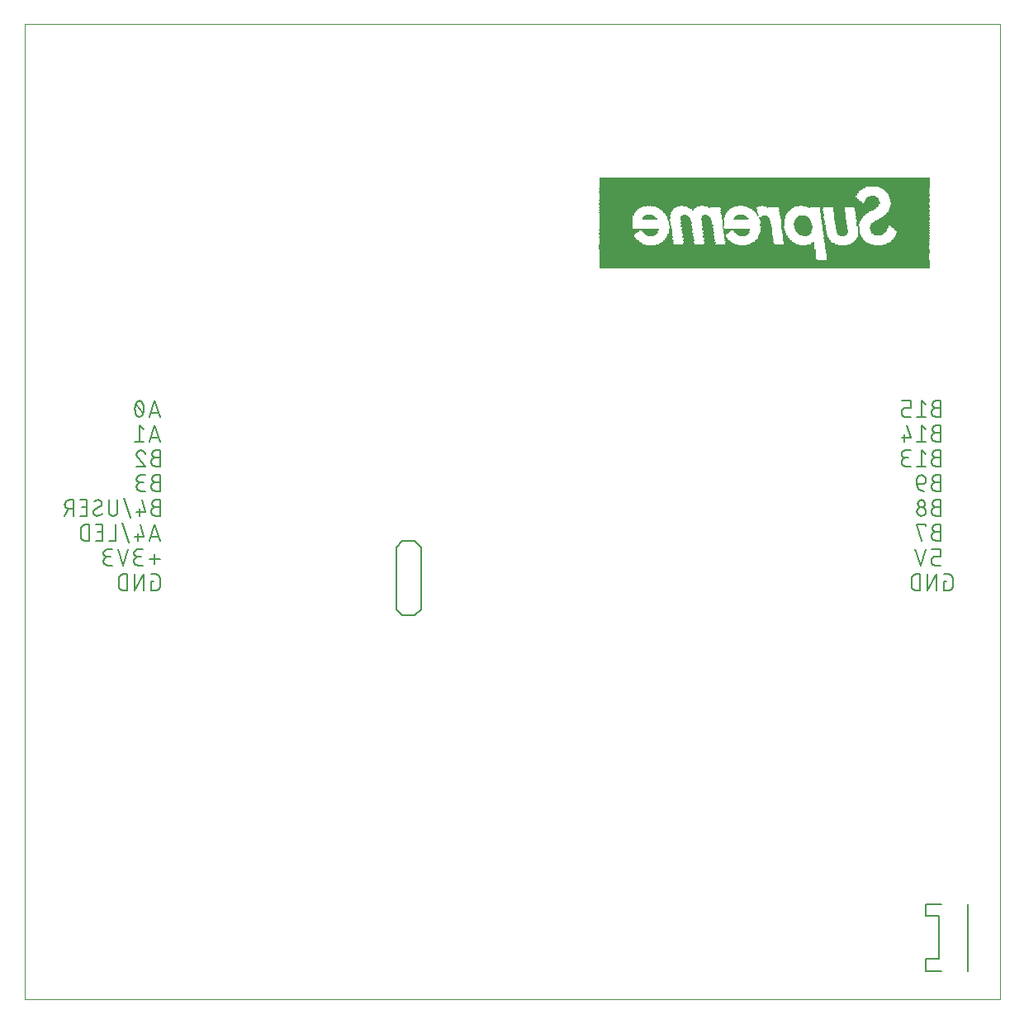
<source format=gbo>
G04 EAGLE Gerber RS-274X export*
G75*
%MOMM*%
%FSLAX34Y34*%
%LPD*%
%INSilk bottom*%
%IPPOS*%
%AMOC8*
5,1,8,0,0,1.08239X$1,22.5*%
G01*
%ADD10C,0.000000*%
%ADD11C,0.152400*%
%ADD12R,33.832800X0.050800*%
%ADD13R,10.515600X0.050800*%
%ADD14R,22.301200X0.050800*%
%ADD15R,22.250400X0.050800*%
%ADD16R,10.566400X0.050800*%
%ADD17R,22.199600X0.050800*%
%ADD18R,10.617200X0.050800*%
%ADD19R,22.148800X0.050800*%
%ADD20R,10.668000X0.050800*%
%ADD21R,22.098000X0.050800*%
%ADD22R,10.718800X0.050800*%
%ADD23R,4.775200X0.050800*%
%ADD24R,2.641600X0.050800*%
%ADD25R,1.422400X0.050800*%
%ADD26R,0.762000X0.050800*%
%ADD27R,5.435600X0.050800*%
%ADD28R,8.483600X0.050800*%
%ADD29R,4.826000X0.050800*%
%ADD30R,4.521200X0.050800*%
%ADD31R,2.235200X0.050800*%
%ADD32R,1.168400X0.050800*%
%ADD33R,0.558800X0.050800*%
%ADD34R,4.978400X0.050800*%
%ADD35R,8.077200X0.050800*%
%ADD36R,4.622800X0.050800*%
%ADD37R,4.419600X0.050800*%
%ADD38R,1.981200X0.050800*%
%ADD39R,1.066800X0.050800*%
%ADD40R,0.406400X0.050800*%
%ADD41R,1.270000X0.050800*%
%ADD42R,2.489200X0.050800*%
%ADD43R,0.965200X0.050800*%
%ADD44R,1.574800X0.050800*%
%ADD45R,4.470400X0.050800*%
%ADD46R,4.318000X0.050800*%
%ADD47R,1.778000X0.050800*%
%ADD48R,0.304800X0.050800*%
%ADD49R,2.336800X0.050800*%
%ADD50R,0.863600X0.050800*%
%ADD51R,1.117600X0.050800*%
%ADD52R,4.368800X0.050800*%
%ADD53R,4.216400X0.050800*%
%ADD54R,0.254000X0.050800*%
%ADD55R,4.267200X0.050800*%
%ADD56R,4.114800X0.050800*%
%ADD57R,0.152400X0.050800*%
%ADD58R,1.016000X0.050800*%
%ADD59R,2.133600X0.050800*%
%ADD60R,0.711200X0.050800*%
%ADD61R,1.219200X0.050800*%
%ADD62R,4.064000X0.050800*%
%ADD63R,0.050800X0.050800*%
%ADD64R,0.914400X0.050800*%
%ADD65R,2.032000X0.050800*%
%ADD66R,0.609600X0.050800*%
%ADD67R,3.962400X0.050800*%
%ADD68R,1.930400X0.050800*%
%ADD69R,3.911600X0.050800*%
%ADD70R,0.660400X0.050800*%
%ADD71R,1.879600X0.050800*%
%ADD72R,4.013200X0.050800*%
%ADD73R,3.860800X0.050800*%
%ADD74R,1.828800X0.050800*%
%ADD75R,0.457200X0.050800*%
%ADD76R,3.810000X0.050800*%
%ADD77R,3.759200X0.050800*%
%ADD78R,0.508000X0.050800*%
%ADD79R,1.727200X0.050800*%
%ADD80R,0.355600X0.050800*%
%ADD81R,0.812800X0.050800*%
%ADD82R,3.708400X0.050800*%
%ADD83R,1.676400X0.050800*%
%ADD84R,3.657600X0.050800*%
%ADD85R,3.606800X0.050800*%
%ADD86R,0.203200X0.050800*%
%ADD87R,1.524000X0.050800*%
%ADD88R,3.556000X0.050800*%
%ADD89R,3.505200X0.050800*%
%ADD90R,1.473200X0.050800*%
%ADD91R,0.101600X0.050800*%
%ADD92R,3.454400X0.050800*%
%ADD93R,1.320800X0.050800*%
%ADD94R,3.403600X0.050800*%
%ADD95R,3.352800X0.050800*%
%ADD96R,1.371600X0.050800*%
%ADD97R,3.302000X0.050800*%
%ADD98R,1.625600X0.050800*%
%ADD99R,4.165600X0.050800*%
%ADD100R,2.743200X0.050800*%
%ADD101R,6.096000X0.050800*%
%ADD102R,6.045200X0.050800*%
%ADD103R,5.994400X0.050800*%
%ADD104R,5.943600X0.050800*%
%ADD105R,5.892800X0.050800*%
%ADD106R,5.791200X0.050800*%
%ADD107R,5.740400X0.050800*%
%ADD108R,5.638800X0.050800*%
%ADD109R,5.588000X0.050800*%
%ADD110R,5.486400X0.050800*%
%ADD111R,5.384800X0.050800*%
%ADD112R,5.334000X0.050800*%
%ADD113R,5.181600X0.050800*%
%ADD114R,5.130800X0.050800*%
%ADD115R,5.029200X0.050800*%
%ADD116R,4.927600X0.050800*%
%ADD117R,4.876800X0.050800*%
%ADD118R,4.724400X0.050800*%
%ADD119R,4.673600X0.050800*%
%ADD120R,4.572000X0.050800*%
%ADD121R,2.184400X0.050800*%
%ADD122R,2.286000X0.050800*%
%ADD123R,7.264400X0.050800*%
%ADD124R,2.844800X0.050800*%
%ADD125R,2.692400X0.050800*%
%ADD126R,7.467600X0.050800*%
%ADD127R,3.098800X0.050800*%
%ADD128R,2.997200X0.050800*%
%ADD129R,2.438400X0.050800*%
%ADD130R,7.772400X0.050800*%
%ADD131R,3.048000X0.050800*%
%ADD132R,28.651200X0.050800*%
%ADD133R,28.702000X0.050800*%
%ADD134R,27.025600X0.050800*%
%ADD135R,26.974800X0.050800*%
%ADD136R,26.924000X0.050800*%
%ADD137R,26.873200X0.050800*%
%ADD138R,26.771600X0.050800*%
%ADD139R,26.720800X0.050800*%
%ADD140R,26.670000X0.050800*%
%ADD141R,26.619200X0.050800*%
%ADD142R,26.568400X0.050800*%
%ADD143R,26.466800X0.050800*%
%ADD144R,26.416000X0.050800*%
%ADD145R,26.365200X0.050800*%
%ADD146R,26.314400X0.050800*%
%ADD147R,26.263600X0.050800*%
%ADD148R,26.517600X0.050800*%
%ADD149R,26.822400X0.050800*%
%ADD150R,27.127200X0.050800*%
%ADD151R,27.228800X0.050800*%
%ADD152R,27.330400X0.050800*%
%ADD153R,27.584400X0.050800*%
%ADD154C,0.203200*%


D10*
X0Y0D02*
X1000000Y0D01*
X1000000Y1000000D01*
X0Y1000000D01*
X0Y0D01*
D11*
X934522Y606693D02*
X939038Y606693D01*
X934522Y606694D02*
X934389Y606692D01*
X934257Y606686D01*
X934125Y606676D01*
X933993Y606663D01*
X933861Y606645D01*
X933731Y606624D01*
X933600Y606599D01*
X933471Y606570D01*
X933343Y606537D01*
X933215Y606501D01*
X933089Y606461D01*
X932964Y606417D01*
X932840Y606369D01*
X932718Y606318D01*
X932597Y606263D01*
X932478Y606205D01*
X932360Y606143D01*
X932245Y606078D01*
X932131Y606009D01*
X932020Y605938D01*
X931911Y605862D01*
X931804Y605784D01*
X931699Y605703D01*
X931597Y605618D01*
X931497Y605531D01*
X931400Y605441D01*
X931305Y605348D01*
X931214Y605252D01*
X931125Y605154D01*
X931039Y605053D01*
X930956Y604949D01*
X930876Y604843D01*
X930800Y604735D01*
X930726Y604625D01*
X930656Y604512D01*
X930589Y604398D01*
X930526Y604281D01*
X930466Y604163D01*
X930409Y604043D01*
X930356Y603921D01*
X930307Y603798D01*
X930261Y603674D01*
X930219Y603548D01*
X930181Y603421D01*
X930146Y603293D01*
X930115Y603164D01*
X930088Y603035D01*
X930065Y602904D01*
X930045Y602773D01*
X930030Y602641D01*
X930018Y602509D01*
X930010Y602377D01*
X930006Y602244D01*
X930006Y602112D01*
X930010Y601979D01*
X930018Y601847D01*
X930030Y601715D01*
X930045Y601583D01*
X930065Y601452D01*
X930088Y601321D01*
X930115Y601192D01*
X930146Y601063D01*
X930181Y600935D01*
X930219Y600808D01*
X930261Y600682D01*
X930307Y600558D01*
X930356Y600435D01*
X930409Y600313D01*
X930466Y600193D01*
X930526Y600075D01*
X930589Y599958D01*
X930656Y599844D01*
X930726Y599731D01*
X930800Y599621D01*
X930876Y599513D01*
X930956Y599407D01*
X931039Y599303D01*
X931125Y599202D01*
X931214Y599104D01*
X931305Y599008D01*
X931400Y598915D01*
X931497Y598825D01*
X931597Y598738D01*
X931699Y598653D01*
X931804Y598572D01*
X931911Y598494D01*
X932020Y598418D01*
X932131Y598347D01*
X932245Y598278D01*
X932360Y598213D01*
X932478Y598151D01*
X932597Y598093D01*
X932718Y598038D01*
X932840Y597987D01*
X932964Y597939D01*
X933089Y597895D01*
X933215Y597855D01*
X933343Y597819D01*
X933471Y597786D01*
X933600Y597757D01*
X933731Y597732D01*
X933861Y597711D01*
X933993Y597693D01*
X934125Y597680D01*
X934257Y597670D01*
X934389Y597664D01*
X934522Y597662D01*
X939038Y597662D01*
X939038Y613918D01*
X934522Y613918D01*
X934403Y613916D01*
X934283Y613910D01*
X934164Y613900D01*
X934046Y613886D01*
X933927Y613869D01*
X933810Y613847D01*
X933693Y613822D01*
X933578Y613792D01*
X933463Y613759D01*
X933349Y613722D01*
X933237Y613682D01*
X933126Y613637D01*
X933017Y613589D01*
X932909Y613538D01*
X932803Y613483D01*
X932699Y613424D01*
X932597Y613362D01*
X932497Y613297D01*
X932399Y613228D01*
X932303Y613156D01*
X932210Y613081D01*
X932120Y613004D01*
X932032Y612923D01*
X931947Y612839D01*
X931865Y612752D01*
X931785Y612663D01*
X931709Y612571D01*
X931635Y612477D01*
X931565Y612380D01*
X931498Y612282D01*
X931434Y612181D01*
X931374Y612077D01*
X931317Y611972D01*
X931264Y611865D01*
X931214Y611757D01*
X931168Y611647D01*
X931126Y611535D01*
X931087Y611422D01*
X931052Y611308D01*
X931021Y611193D01*
X930993Y611076D01*
X930970Y610959D01*
X930950Y610842D01*
X930934Y610723D01*
X930922Y610604D01*
X930914Y610485D01*
X930910Y610366D01*
X930910Y610246D01*
X930914Y610127D01*
X930922Y610008D01*
X930934Y609889D01*
X930950Y609770D01*
X930970Y609653D01*
X930993Y609536D01*
X931021Y609419D01*
X931052Y609304D01*
X931087Y609190D01*
X931126Y609077D01*
X931168Y608965D01*
X931214Y608855D01*
X931264Y608747D01*
X931317Y608640D01*
X931374Y608535D01*
X931434Y608431D01*
X931498Y608330D01*
X931565Y608232D01*
X931635Y608135D01*
X931709Y608041D01*
X931785Y607949D01*
X931865Y607860D01*
X931947Y607773D01*
X932032Y607689D01*
X932120Y607608D01*
X932210Y607531D01*
X932303Y607456D01*
X932399Y607384D01*
X932497Y607315D01*
X932597Y607250D01*
X932699Y607188D01*
X932803Y607129D01*
X932909Y607074D01*
X933017Y607023D01*
X933126Y606975D01*
X933237Y606930D01*
X933349Y606890D01*
X933463Y606853D01*
X933578Y606820D01*
X933693Y606790D01*
X933810Y606765D01*
X933927Y606743D01*
X934046Y606726D01*
X934164Y606712D01*
X934283Y606702D01*
X934403Y606696D01*
X934522Y606694D01*
X924139Y610306D02*
X919623Y613918D01*
X919623Y597662D01*
X915108Y597662D02*
X924139Y597662D01*
X908508Y597662D02*
X903089Y597662D01*
X902971Y597664D01*
X902853Y597670D01*
X902735Y597679D01*
X902618Y597693D01*
X902501Y597710D01*
X902384Y597731D01*
X902269Y597756D01*
X902154Y597785D01*
X902040Y597818D01*
X901928Y597854D01*
X901817Y597894D01*
X901707Y597937D01*
X901598Y597984D01*
X901491Y598034D01*
X901386Y598089D01*
X901283Y598146D01*
X901182Y598207D01*
X901082Y598271D01*
X900985Y598338D01*
X900890Y598408D01*
X900798Y598482D01*
X900707Y598558D01*
X900620Y598638D01*
X900535Y598720D01*
X900453Y598805D01*
X900373Y598892D01*
X900297Y598983D01*
X900223Y599075D01*
X900153Y599170D01*
X900086Y599267D01*
X900022Y599367D01*
X899961Y599468D01*
X899904Y599571D01*
X899849Y599676D01*
X899799Y599783D01*
X899752Y599892D01*
X899709Y600002D01*
X899669Y600113D01*
X899633Y600225D01*
X899600Y600339D01*
X899571Y600454D01*
X899546Y600569D01*
X899525Y600686D01*
X899508Y600803D01*
X899494Y600920D01*
X899485Y601038D01*
X899479Y601156D01*
X899477Y601274D01*
X899476Y601274D02*
X899476Y603081D01*
X899477Y603081D02*
X899479Y603199D01*
X899485Y603317D01*
X899494Y603435D01*
X899508Y603552D01*
X899525Y603669D01*
X899546Y603786D01*
X899571Y603901D01*
X899600Y604016D01*
X899633Y604130D01*
X899669Y604242D01*
X899709Y604353D01*
X899752Y604463D01*
X899799Y604572D01*
X899849Y604679D01*
X899904Y604784D01*
X899961Y604887D01*
X900022Y604988D01*
X900086Y605088D01*
X900153Y605185D01*
X900223Y605280D01*
X900297Y605372D01*
X900373Y605463D01*
X900453Y605550D01*
X900535Y605635D01*
X900620Y605717D01*
X900707Y605797D01*
X900798Y605873D01*
X900890Y605947D01*
X900985Y606017D01*
X901082Y606084D01*
X901182Y606148D01*
X901283Y606209D01*
X901386Y606266D01*
X901491Y606321D01*
X901598Y606371D01*
X901707Y606418D01*
X901817Y606461D01*
X901928Y606501D01*
X902040Y606537D01*
X902154Y606570D01*
X902269Y606599D01*
X902384Y606624D01*
X902501Y606645D01*
X902618Y606662D01*
X902735Y606676D01*
X902853Y606685D01*
X902971Y606691D01*
X903089Y606693D01*
X908508Y606693D01*
X908508Y613918D01*
X899476Y613918D01*
X934522Y581293D02*
X939038Y581293D01*
X934522Y581294D02*
X934389Y581292D01*
X934257Y581286D01*
X934125Y581276D01*
X933993Y581263D01*
X933861Y581245D01*
X933731Y581224D01*
X933600Y581199D01*
X933471Y581170D01*
X933343Y581137D01*
X933215Y581101D01*
X933089Y581061D01*
X932964Y581017D01*
X932840Y580969D01*
X932718Y580918D01*
X932597Y580863D01*
X932478Y580805D01*
X932360Y580743D01*
X932245Y580678D01*
X932131Y580609D01*
X932020Y580538D01*
X931911Y580462D01*
X931804Y580384D01*
X931699Y580303D01*
X931597Y580218D01*
X931497Y580131D01*
X931400Y580041D01*
X931305Y579948D01*
X931214Y579852D01*
X931125Y579754D01*
X931039Y579653D01*
X930956Y579549D01*
X930876Y579443D01*
X930800Y579335D01*
X930726Y579225D01*
X930656Y579112D01*
X930589Y578998D01*
X930526Y578881D01*
X930466Y578763D01*
X930409Y578643D01*
X930356Y578521D01*
X930307Y578398D01*
X930261Y578274D01*
X930219Y578148D01*
X930181Y578021D01*
X930146Y577893D01*
X930115Y577764D01*
X930088Y577635D01*
X930065Y577504D01*
X930045Y577373D01*
X930030Y577241D01*
X930018Y577109D01*
X930010Y576977D01*
X930006Y576844D01*
X930006Y576712D01*
X930010Y576579D01*
X930018Y576447D01*
X930030Y576315D01*
X930045Y576183D01*
X930065Y576052D01*
X930088Y575921D01*
X930115Y575792D01*
X930146Y575663D01*
X930181Y575535D01*
X930219Y575408D01*
X930261Y575282D01*
X930307Y575158D01*
X930356Y575035D01*
X930409Y574913D01*
X930466Y574793D01*
X930526Y574675D01*
X930589Y574558D01*
X930656Y574444D01*
X930726Y574331D01*
X930800Y574221D01*
X930876Y574113D01*
X930956Y574007D01*
X931039Y573903D01*
X931125Y573802D01*
X931214Y573704D01*
X931305Y573608D01*
X931400Y573515D01*
X931497Y573425D01*
X931597Y573338D01*
X931699Y573253D01*
X931804Y573172D01*
X931911Y573094D01*
X932020Y573018D01*
X932131Y572947D01*
X932245Y572878D01*
X932360Y572813D01*
X932478Y572751D01*
X932597Y572693D01*
X932718Y572638D01*
X932840Y572587D01*
X932964Y572539D01*
X933089Y572495D01*
X933215Y572455D01*
X933343Y572419D01*
X933471Y572386D01*
X933600Y572357D01*
X933731Y572332D01*
X933861Y572311D01*
X933993Y572293D01*
X934125Y572280D01*
X934257Y572270D01*
X934389Y572264D01*
X934522Y572262D01*
X939038Y572262D01*
X939038Y588518D01*
X934522Y588518D01*
X934403Y588516D01*
X934283Y588510D01*
X934164Y588500D01*
X934046Y588486D01*
X933927Y588469D01*
X933810Y588447D01*
X933693Y588422D01*
X933578Y588392D01*
X933463Y588359D01*
X933349Y588322D01*
X933237Y588282D01*
X933126Y588237D01*
X933017Y588189D01*
X932909Y588138D01*
X932803Y588083D01*
X932699Y588024D01*
X932597Y587962D01*
X932497Y587897D01*
X932399Y587828D01*
X932303Y587756D01*
X932210Y587681D01*
X932120Y587604D01*
X932032Y587523D01*
X931947Y587439D01*
X931865Y587352D01*
X931785Y587263D01*
X931709Y587171D01*
X931635Y587077D01*
X931565Y586980D01*
X931498Y586882D01*
X931434Y586781D01*
X931374Y586677D01*
X931317Y586572D01*
X931264Y586465D01*
X931214Y586357D01*
X931168Y586247D01*
X931126Y586135D01*
X931087Y586022D01*
X931052Y585908D01*
X931021Y585793D01*
X930993Y585676D01*
X930970Y585559D01*
X930950Y585442D01*
X930934Y585323D01*
X930922Y585204D01*
X930914Y585085D01*
X930910Y584966D01*
X930910Y584846D01*
X930914Y584727D01*
X930922Y584608D01*
X930934Y584489D01*
X930950Y584370D01*
X930970Y584253D01*
X930993Y584136D01*
X931021Y584019D01*
X931052Y583904D01*
X931087Y583790D01*
X931126Y583677D01*
X931168Y583565D01*
X931214Y583455D01*
X931264Y583347D01*
X931317Y583240D01*
X931374Y583135D01*
X931434Y583031D01*
X931498Y582930D01*
X931565Y582832D01*
X931635Y582735D01*
X931709Y582641D01*
X931785Y582549D01*
X931865Y582460D01*
X931947Y582373D01*
X932032Y582289D01*
X932120Y582208D01*
X932210Y582131D01*
X932303Y582056D01*
X932399Y581984D01*
X932497Y581915D01*
X932597Y581850D01*
X932699Y581788D01*
X932803Y581729D01*
X932909Y581674D01*
X933017Y581623D01*
X933126Y581575D01*
X933237Y581530D01*
X933349Y581490D01*
X933463Y581453D01*
X933578Y581420D01*
X933693Y581390D01*
X933810Y581365D01*
X933927Y581343D01*
X934046Y581326D01*
X934164Y581312D01*
X934283Y581302D01*
X934403Y581296D01*
X934522Y581294D01*
X924139Y584906D02*
X919623Y588518D01*
X919623Y572262D01*
X915108Y572262D02*
X924139Y572262D01*
X908508Y575874D02*
X904895Y588518D01*
X908508Y575874D02*
X899476Y575874D01*
X902186Y572262D02*
X902186Y579487D01*
X934522Y555893D02*
X939038Y555893D01*
X934522Y555894D02*
X934389Y555892D01*
X934257Y555886D01*
X934125Y555876D01*
X933993Y555863D01*
X933861Y555845D01*
X933731Y555824D01*
X933600Y555799D01*
X933471Y555770D01*
X933343Y555737D01*
X933215Y555701D01*
X933089Y555661D01*
X932964Y555617D01*
X932840Y555569D01*
X932718Y555518D01*
X932597Y555463D01*
X932478Y555405D01*
X932360Y555343D01*
X932245Y555278D01*
X932131Y555209D01*
X932020Y555138D01*
X931911Y555062D01*
X931804Y554984D01*
X931699Y554903D01*
X931597Y554818D01*
X931497Y554731D01*
X931400Y554641D01*
X931305Y554548D01*
X931214Y554452D01*
X931125Y554354D01*
X931039Y554253D01*
X930956Y554149D01*
X930876Y554043D01*
X930800Y553935D01*
X930726Y553825D01*
X930656Y553712D01*
X930589Y553598D01*
X930526Y553481D01*
X930466Y553363D01*
X930409Y553243D01*
X930356Y553121D01*
X930307Y552998D01*
X930261Y552874D01*
X930219Y552748D01*
X930181Y552621D01*
X930146Y552493D01*
X930115Y552364D01*
X930088Y552235D01*
X930065Y552104D01*
X930045Y551973D01*
X930030Y551841D01*
X930018Y551709D01*
X930010Y551577D01*
X930006Y551444D01*
X930006Y551312D01*
X930010Y551179D01*
X930018Y551047D01*
X930030Y550915D01*
X930045Y550783D01*
X930065Y550652D01*
X930088Y550521D01*
X930115Y550392D01*
X930146Y550263D01*
X930181Y550135D01*
X930219Y550008D01*
X930261Y549882D01*
X930307Y549758D01*
X930356Y549635D01*
X930409Y549513D01*
X930466Y549393D01*
X930526Y549275D01*
X930589Y549158D01*
X930656Y549044D01*
X930726Y548931D01*
X930800Y548821D01*
X930876Y548713D01*
X930956Y548607D01*
X931039Y548503D01*
X931125Y548402D01*
X931214Y548304D01*
X931305Y548208D01*
X931400Y548115D01*
X931497Y548025D01*
X931597Y547938D01*
X931699Y547853D01*
X931804Y547772D01*
X931911Y547694D01*
X932020Y547618D01*
X932131Y547547D01*
X932245Y547478D01*
X932360Y547413D01*
X932478Y547351D01*
X932597Y547293D01*
X932718Y547238D01*
X932840Y547187D01*
X932964Y547139D01*
X933089Y547095D01*
X933215Y547055D01*
X933343Y547019D01*
X933471Y546986D01*
X933600Y546957D01*
X933731Y546932D01*
X933861Y546911D01*
X933993Y546893D01*
X934125Y546880D01*
X934257Y546870D01*
X934389Y546864D01*
X934522Y546862D01*
X939038Y546862D01*
X939038Y563118D01*
X934522Y563118D01*
X934403Y563116D01*
X934283Y563110D01*
X934164Y563100D01*
X934046Y563086D01*
X933927Y563069D01*
X933810Y563047D01*
X933693Y563022D01*
X933578Y562992D01*
X933463Y562959D01*
X933349Y562922D01*
X933237Y562882D01*
X933126Y562837D01*
X933017Y562789D01*
X932909Y562738D01*
X932803Y562683D01*
X932699Y562624D01*
X932597Y562562D01*
X932497Y562497D01*
X932399Y562428D01*
X932303Y562356D01*
X932210Y562281D01*
X932120Y562204D01*
X932032Y562123D01*
X931947Y562039D01*
X931865Y561952D01*
X931785Y561863D01*
X931709Y561771D01*
X931635Y561677D01*
X931565Y561580D01*
X931498Y561482D01*
X931434Y561381D01*
X931374Y561277D01*
X931317Y561172D01*
X931264Y561065D01*
X931214Y560957D01*
X931168Y560847D01*
X931126Y560735D01*
X931087Y560622D01*
X931052Y560508D01*
X931021Y560393D01*
X930993Y560276D01*
X930970Y560159D01*
X930950Y560042D01*
X930934Y559923D01*
X930922Y559804D01*
X930914Y559685D01*
X930910Y559566D01*
X930910Y559446D01*
X930914Y559327D01*
X930922Y559208D01*
X930934Y559089D01*
X930950Y558970D01*
X930970Y558853D01*
X930993Y558736D01*
X931021Y558619D01*
X931052Y558504D01*
X931087Y558390D01*
X931126Y558277D01*
X931168Y558165D01*
X931214Y558055D01*
X931264Y557947D01*
X931317Y557840D01*
X931374Y557735D01*
X931434Y557631D01*
X931498Y557530D01*
X931565Y557432D01*
X931635Y557335D01*
X931709Y557241D01*
X931785Y557149D01*
X931865Y557060D01*
X931947Y556973D01*
X932032Y556889D01*
X932120Y556808D01*
X932210Y556731D01*
X932303Y556656D01*
X932399Y556584D01*
X932497Y556515D01*
X932597Y556450D01*
X932699Y556388D01*
X932803Y556329D01*
X932909Y556274D01*
X933017Y556223D01*
X933126Y556175D01*
X933237Y556130D01*
X933349Y556090D01*
X933463Y556053D01*
X933578Y556020D01*
X933693Y555990D01*
X933810Y555965D01*
X933927Y555943D01*
X934046Y555926D01*
X934164Y555912D01*
X934283Y555902D01*
X934403Y555896D01*
X934522Y555894D01*
X924139Y559506D02*
X919623Y563118D01*
X919623Y546862D01*
X915108Y546862D02*
X924139Y546862D01*
X908508Y546862D02*
X903992Y546862D01*
X903859Y546864D01*
X903727Y546870D01*
X903595Y546880D01*
X903463Y546893D01*
X903331Y546911D01*
X903201Y546932D01*
X903070Y546957D01*
X902941Y546986D01*
X902813Y547019D01*
X902685Y547055D01*
X902559Y547095D01*
X902434Y547139D01*
X902310Y547187D01*
X902188Y547238D01*
X902067Y547293D01*
X901948Y547351D01*
X901830Y547413D01*
X901715Y547478D01*
X901601Y547547D01*
X901490Y547618D01*
X901381Y547694D01*
X901274Y547772D01*
X901169Y547853D01*
X901067Y547938D01*
X900967Y548025D01*
X900870Y548115D01*
X900775Y548208D01*
X900684Y548304D01*
X900595Y548402D01*
X900509Y548503D01*
X900426Y548607D01*
X900346Y548713D01*
X900270Y548821D01*
X900196Y548931D01*
X900126Y549044D01*
X900059Y549158D01*
X899996Y549275D01*
X899936Y549393D01*
X899879Y549513D01*
X899826Y549635D01*
X899777Y549758D01*
X899731Y549882D01*
X899689Y550008D01*
X899651Y550135D01*
X899616Y550263D01*
X899585Y550392D01*
X899558Y550521D01*
X899535Y550652D01*
X899515Y550783D01*
X899500Y550915D01*
X899488Y551047D01*
X899480Y551179D01*
X899476Y551312D01*
X899476Y551444D01*
X899480Y551577D01*
X899488Y551709D01*
X899500Y551841D01*
X899515Y551973D01*
X899535Y552104D01*
X899558Y552235D01*
X899585Y552364D01*
X899616Y552493D01*
X899651Y552621D01*
X899689Y552748D01*
X899731Y552874D01*
X899777Y552998D01*
X899826Y553121D01*
X899879Y553243D01*
X899936Y553363D01*
X899996Y553481D01*
X900059Y553598D01*
X900126Y553712D01*
X900196Y553825D01*
X900270Y553935D01*
X900346Y554043D01*
X900426Y554149D01*
X900509Y554253D01*
X900595Y554354D01*
X900684Y554452D01*
X900775Y554548D01*
X900870Y554641D01*
X900967Y554731D01*
X901067Y554818D01*
X901169Y554903D01*
X901274Y554984D01*
X901381Y555062D01*
X901490Y555138D01*
X901601Y555209D01*
X901715Y555278D01*
X901830Y555343D01*
X901948Y555405D01*
X902067Y555463D01*
X902188Y555518D01*
X902310Y555569D01*
X902434Y555617D01*
X902559Y555661D01*
X902685Y555701D01*
X902813Y555737D01*
X902941Y555770D01*
X903070Y555799D01*
X903201Y555824D01*
X903331Y555845D01*
X903463Y555863D01*
X903595Y555876D01*
X903727Y555886D01*
X903859Y555892D01*
X903992Y555894D01*
X903089Y563118D02*
X908508Y563118D01*
X903089Y563118D02*
X902970Y563116D01*
X902850Y563110D01*
X902731Y563100D01*
X902613Y563086D01*
X902494Y563069D01*
X902377Y563047D01*
X902260Y563022D01*
X902145Y562992D01*
X902030Y562959D01*
X901916Y562922D01*
X901804Y562882D01*
X901693Y562837D01*
X901584Y562789D01*
X901476Y562738D01*
X901370Y562683D01*
X901266Y562624D01*
X901164Y562562D01*
X901064Y562497D01*
X900966Y562428D01*
X900870Y562356D01*
X900777Y562281D01*
X900687Y562204D01*
X900599Y562123D01*
X900514Y562039D01*
X900432Y561952D01*
X900352Y561863D01*
X900276Y561771D01*
X900202Y561677D01*
X900132Y561580D01*
X900065Y561482D01*
X900001Y561381D01*
X899941Y561277D01*
X899884Y561172D01*
X899831Y561065D01*
X899781Y560957D01*
X899735Y560847D01*
X899693Y560735D01*
X899654Y560622D01*
X899619Y560508D01*
X899588Y560393D01*
X899560Y560276D01*
X899537Y560159D01*
X899517Y560042D01*
X899501Y559923D01*
X899489Y559804D01*
X899481Y559685D01*
X899477Y559566D01*
X899477Y559446D01*
X899481Y559327D01*
X899489Y559208D01*
X899501Y559089D01*
X899517Y558970D01*
X899537Y558853D01*
X899560Y558736D01*
X899588Y558619D01*
X899619Y558504D01*
X899654Y558390D01*
X899693Y558277D01*
X899735Y558165D01*
X899781Y558055D01*
X899831Y557947D01*
X899884Y557840D01*
X899941Y557735D01*
X900001Y557631D01*
X900065Y557530D01*
X900132Y557432D01*
X900202Y557335D01*
X900276Y557241D01*
X900352Y557149D01*
X900432Y557060D01*
X900514Y556973D01*
X900599Y556889D01*
X900687Y556808D01*
X900777Y556731D01*
X900870Y556656D01*
X900966Y556584D01*
X901064Y556515D01*
X901164Y556450D01*
X901266Y556388D01*
X901370Y556329D01*
X901476Y556274D01*
X901584Y556223D01*
X901693Y556175D01*
X901804Y556130D01*
X901916Y556090D01*
X902030Y556053D01*
X902145Y556020D01*
X902260Y555990D01*
X902377Y555965D01*
X902494Y555943D01*
X902613Y555926D01*
X902731Y555912D01*
X902850Y555902D01*
X902970Y555896D01*
X903089Y555894D01*
X903089Y555893D02*
X906701Y555893D01*
X934522Y530493D02*
X939038Y530493D01*
X934522Y530494D02*
X934389Y530492D01*
X934257Y530486D01*
X934125Y530476D01*
X933993Y530463D01*
X933861Y530445D01*
X933731Y530424D01*
X933600Y530399D01*
X933471Y530370D01*
X933343Y530337D01*
X933215Y530301D01*
X933089Y530261D01*
X932964Y530217D01*
X932840Y530169D01*
X932718Y530118D01*
X932597Y530063D01*
X932478Y530005D01*
X932360Y529943D01*
X932245Y529878D01*
X932131Y529809D01*
X932020Y529738D01*
X931911Y529662D01*
X931804Y529584D01*
X931699Y529503D01*
X931597Y529418D01*
X931497Y529331D01*
X931400Y529241D01*
X931305Y529148D01*
X931214Y529052D01*
X931125Y528954D01*
X931039Y528853D01*
X930956Y528749D01*
X930876Y528643D01*
X930800Y528535D01*
X930726Y528425D01*
X930656Y528312D01*
X930589Y528198D01*
X930526Y528081D01*
X930466Y527963D01*
X930409Y527843D01*
X930356Y527721D01*
X930307Y527598D01*
X930261Y527474D01*
X930219Y527348D01*
X930181Y527221D01*
X930146Y527093D01*
X930115Y526964D01*
X930088Y526835D01*
X930065Y526704D01*
X930045Y526573D01*
X930030Y526441D01*
X930018Y526309D01*
X930010Y526177D01*
X930006Y526044D01*
X930006Y525912D01*
X930010Y525779D01*
X930018Y525647D01*
X930030Y525515D01*
X930045Y525383D01*
X930065Y525252D01*
X930088Y525121D01*
X930115Y524992D01*
X930146Y524863D01*
X930181Y524735D01*
X930219Y524608D01*
X930261Y524482D01*
X930307Y524358D01*
X930356Y524235D01*
X930409Y524113D01*
X930466Y523993D01*
X930526Y523875D01*
X930589Y523758D01*
X930656Y523644D01*
X930726Y523531D01*
X930800Y523421D01*
X930876Y523313D01*
X930956Y523207D01*
X931039Y523103D01*
X931125Y523002D01*
X931214Y522904D01*
X931305Y522808D01*
X931400Y522715D01*
X931497Y522625D01*
X931597Y522538D01*
X931699Y522453D01*
X931804Y522372D01*
X931911Y522294D01*
X932020Y522218D01*
X932131Y522147D01*
X932245Y522078D01*
X932360Y522013D01*
X932478Y521951D01*
X932597Y521893D01*
X932718Y521838D01*
X932840Y521787D01*
X932964Y521739D01*
X933089Y521695D01*
X933215Y521655D01*
X933343Y521619D01*
X933471Y521586D01*
X933600Y521557D01*
X933731Y521532D01*
X933861Y521511D01*
X933993Y521493D01*
X934125Y521480D01*
X934257Y521470D01*
X934389Y521464D01*
X934522Y521462D01*
X939038Y521462D01*
X939038Y537718D01*
X934522Y537718D01*
X934403Y537716D01*
X934283Y537710D01*
X934164Y537700D01*
X934046Y537686D01*
X933927Y537669D01*
X933810Y537647D01*
X933693Y537622D01*
X933578Y537592D01*
X933463Y537559D01*
X933349Y537522D01*
X933237Y537482D01*
X933126Y537437D01*
X933017Y537389D01*
X932909Y537338D01*
X932803Y537283D01*
X932699Y537224D01*
X932597Y537162D01*
X932497Y537097D01*
X932399Y537028D01*
X932303Y536956D01*
X932210Y536881D01*
X932120Y536804D01*
X932032Y536723D01*
X931947Y536639D01*
X931865Y536552D01*
X931785Y536463D01*
X931709Y536371D01*
X931635Y536277D01*
X931565Y536180D01*
X931498Y536082D01*
X931434Y535981D01*
X931374Y535877D01*
X931317Y535772D01*
X931264Y535665D01*
X931214Y535557D01*
X931168Y535447D01*
X931126Y535335D01*
X931087Y535222D01*
X931052Y535108D01*
X931021Y534993D01*
X930993Y534876D01*
X930970Y534759D01*
X930950Y534642D01*
X930934Y534523D01*
X930922Y534404D01*
X930914Y534285D01*
X930910Y534166D01*
X930910Y534046D01*
X930914Y533927D01*
X930922Y533808D01*
X930934Y533689D01*
X930950Y533570D01*
X930970Y533453D01*
X930993Y533336D01*
X931021Y533219D01*
X931052Y533104D01*
X931087Y532990D01*
X931126Y532877D01*
X931168Y532765D01*
X931214Y532655D01*
X931264Y532547D01*
X931317Y532440D01*
X931374Y532335D01*
X931434Y532231D01*
X931498Y532130D01*
X931565Y532032D01*
X931635Y531935D01*
X931709Y531841D01*
X931785Y531749D01*
X931865Y531660D01*
X931947Y531573D01*
X932032Y531489D01*
X932120Y531408D01*
X932210Y531331D01*
X932303Y531256D01*
X932399Y531184D01*
X932497Y531115D01*
X932597Y531050D01*
X932699Y530988D01*
X932803Y530929D01*
X932909Y530874D01*
X933017Y530823D01*
X933126Y530775D01*
X933237Y530730D01*
X933349Y530690D01*
X933463Y530653D01*
X933578Y530620D01*
X933693Y530590D01*
X933810Y530565D01*
X933927Y530543D01*
X934046Y530526D01*
X934164Y530512D01*
X934283Y530502D01*
X934403Y530496D01*
X934522Y530494D01*
X920526Y528687D02*
X915108Y528687D01*
X920526Y528687D02*
X920644Y528689D01*
X920762Y528695D01*
X920880Y528704D01*
X920997Y528718D01*
X921114Y528735D01*
X921231Y528756D01*
X921346Y528781D01*
X921461Y528810D01*
X921575Y528843D01*
X921687Y528879D01*
X921798Y528919D01*
X921908Y528962D01*
X922017Y529009D01*
X922124Y529059D01*
X922229Y529114D01*
X922332Y529171D01*
X922433Y529232D01*
X922533Y529296D01*
X922630Y529363D01*
X922725Y529433D01*
X922817Y529507D01*
X922908Y529583D01*
X922995Y529663D01*
X923080Y529745D01*
X923162Y529830D01*
X923242Y529917D01*
X923318Y530008D01*
X923392Y530100D01*
X923462Y530195D01*
X923529Y530292D01*
X923593Y530392D01*
X923654Y530493D01*
X923711Y530596D01*
X923766Y530701D01*
X923816Y530808D01*
X923863Y530917D01*
X923906Y531027D01*
X923946Y531138D01*
X923982Y531250D01*
X924015Y531364D01*
X924044Y531479D01*
X924069Y531594D01*
X924090Y531711D01*
X924107Y531828D01*
X924121Y531945D01*
X924130Y532063D01*
X924136Y532181D01*
X924138Y532299D01*
X924139Y532299D02*
X924139Y533202D01*
X924137Y533335D01*
X924131Y533467D01*
X924121Y533599D01*
X924108Y533731D01*
X924090Y533863D01*
X924069Y533993D01*
X924044Y534124D01*
X924015Y534253D01*
X923982Y534381D01*
X923946Y534509D01*
X923906Y534635D01*
X923862Y534760D01*
X923814Y534884D01*
X923763Y535006D01*
X923708Y535127D01*
X923650Y535246D01*
X923588Y535364D01*
X923523Y535479D01*
X923454Y535593D01*
X923383Y535704D01*
X923307Y535813D01*
X923229Y535920D01*
X923148Y536025D01*
X923063Y536127D01*
X922976Y536227D01*
X922886Y536324D01*
X922793Y536419D01*
X922697Y536510D01*
X922599Y536599D01*
X922498Y536685D01*
X922394Y536768D01*
X922288Y536848D01*
X922180Y536924D01*
X922070Y536998D01*
X921957Y537068D01*
X921843Y537135D01*
X921726Y537198D01*
X921608Y537258D01*
X921488Y537315D01*
X921366Y537368D01*
X921243Y537417D01*
X921119Y537463D01*
X920993Y537505D01*
X920866Y537543D01*
X920738Y537578D01*
X920609Y537609D01*
X920480Y537636D01*
X920349Y537659D01*
X920218Y537679D01*
X920086Y537694D01*
X919954Y537706D01*
X919822Y537714D01*
X919689Y537718D01*
X919557Y537718D01*
X919424Y537714D01*
X919292Y537706D01*
X919160Y537694D01*
X919028Y537679D01*
X918897Y537659D01*
X918766Y537636D01*
X918637Y537609D01*
X918508Y537578D01*
X918380Y537543D01*
X918253Y537505D01*
X918127Y537463D01*
X918003Y537417D01*
X917880Y537368D01*
X917758Y537315D01*
X917638Y537258D01*
X917520Y537198D01*
X917403Y537135D01*
X917289Y537068D01*
X917176Y536998D01*
X917066Y536924D01*
X916958Y536848D01*
X916852Y536768D01*
X916748Y536685D01*
X916647Y536599D01*
X916549Y536510D01*
X916453Y536419D01*
X916360Y536324D01*
X916270Y536227D01*
X916183Y536127D01*
X916098Y536025D01*
X916017Y535920D01*
X915939Y535813D01*
X915863Y535704D01*
X915792Y535593D01*
X915723Y535479D01*
X915658Y535364D01*
X915596Y535246D01*
X915538Y535127D01*
X915483Y535006D01*
X915432Y534884D01*
X915384Y534760D01*
X915340Y534635D01*
X915300Y534509D01*
X915264Y534381D01*
X915231Y534253D01*
X915202Y534124D01*
X915177Y533993D01*
X915156Y533863D01*
X915138Y533731D01*
X915125Y533599D01*
X915115Y533467D01*
X915109Y533335D01*
X915107Y533202D01*
X915108Y533202D02*
X915108Y528687D01*
X915110Y528512D01*
X915116Y528338D01*
X915127Y528164D01*
X915142Y527990D01*
X915161Y527816D01*
X915184Y527643D01*
X915211Y527471D01*
X915243Y527299D01*
X915278Y527128D01*
X915318Y526958D01*
X915362Y526789D01*
X915410Y526621D01*
X915462Y526454D01*
X915518Y526289D01*
X915578Y526125D01*
X915641Y525962D01*
X915709Y525802D01*
X915781Y525642D01*
X915856Y525485D01*
X915936Y525329D01*
X916019Y525176D01*
X916105Y525024D01*
X916196Y524875D01*
X916290Y524728D01*
X916387Y524583D01*
X916488Y524440D01*
X916592Y524300D01*
X916700Y524163D01*
X916811Y524028D01*
X916925Y523896D01*
X917042Y523767D01*
X917163Y523640D01*
X917286Y523517D01*
X917413Y523396D01*
X917542Y523279D01*
X917674Y523165D01*
X917809Y523054D01*
X917946Y522946D01*
X918086Y522842D01*
X918229Y522741D01*
X918374Y522644D01*
X918521Y522550D01*
X918670Y522459D01*
X918822Y522373D01*
X918975Y522290D01*
X919131Y522210D01*
X919288Y522135D01*
X919448Y522063D01*
X919608Y521995D01*
X919771Y521932D01*
X919935Y521872D01*
X920100Y521816D01*
X920267Y521764D01*
X920435Y521716D01*
X920604Y521672D01*
X920774Y521632D01*
X920945Y521597D01*
X921117Y521565D01*
X921289Y521538D01*
X921462Y521515D01*
X921636Y521496D01*
X921810Y521481D01*
X921984Y521470D01*
X922158Y521464D01*
X922333Y521462D01*
X934522Y505093D02*
X939038Y505093D01*
X934522Y505094D02*
X934389Y505092D01*
X934257Y505086D01*
X934125Y505076D01*
X933993Y505063D01*
X933861Y505045D01*
X933731Y505024D01*
X933600Y504999D01*
X933471Y504970D01*
X933343Y504937D01*
X933215Y504901D01*
X933089Y504861D01*
X932964Y504817D01*
X932840Y504769D01*
X932718Y504718D01*
X932597Y504663D01*
X932478Y504605D01*
X932360Y504543D01*
X932245Y504478D01*
X932131Y504409D01*
X932020Y504338D01*
X931911Y504262D01*
X931804Y504184D01*
X931699Y504103D01*
X931597Y504018D01*
X931497Y503931D01*
X931400Y503841D01*
X931305Y503748D01*
X931214Y503652D01*
X931125Y503554D01*
X931039Y503453D01*
X930956Y503349D01*
X930876Y503243D01*
X930800Y503135D01*
X930726Y503025D01*
X930656Y502912D01*
X930589Y502798D01*
X930526Y502681D01*
X930466Y502563D01*
X930409Y502443D01*
X930356Y502321D01*
X930307Y502198D01*
X930261Y502074D01*
X930219Y501948D01*
X930181Y501821D01*
X930146Y501693D01*
X930115Y501564D01*
X930088Y501435D01*
X930065Y501304D01*
X930045Y501173D01*
X930030Y501041D01*
X930018Y500909D01*
X930010Y500777D01*
X930006Y500644D01*
X930006Y500512D01*
X930010Y500379D01*
X930018Y500247D01*
X930030Y500115D01*
X930045Y499983D01*
X930065Y499852D01*
X930088Y499721D01*
X930115Y499592D01*
X930146Y499463D01*
X930181Y499335D01*
X930219Y499208D01*
X930261Y499082D01*
X930307Y498958D01*
X930356Y498835D01*
X930409Y498713D01*
X930466Y498593D01*
X930526Y498475D01*
X930589Y498358D01*
X930656Y498244D01*
X930726Y498131D01*
X930800Y498021D01*
X930876Y497913D01*
X930956Y497807D01*
X931039Y497703D01*
X931125Y497602D01*
X931214Y497504D01*
X931305Y497408D01*
X931400Y497315D01*
X931497Y497225D01*
X931597Y497138D01*
X931699Y497053D01*
X931804Y496972D01*
X931911Y496894D01*
X932020Y496818D01*
X932131Y496747D01*
X932245Y496678D01*
X932360Y496613D01*
X932478Y496551D01*
X932597Y496493D01*
X932718Y496438D01*
X932840Y496387D01*
X932964Y496339D01*
X933089Y496295D01*
X933215Y496255D01*
X933343Y496219D01*
X933471Y496186D01*
X933600Y496157D01*
X933731Y496132D01*
X933861Y496111D01*
X933993Y496093D01*
X934125Y496080D01*
X934257Y496070D01*
X934389Y496064D01*
X934522Y496062D01*
X939038Y496062D01*
X939038Y512318D01*
X934522Y512318D01*
X934403Y512316D01*
X934283Y512310D01*
X934164Y512300D01*
X934046Y512286D01*
X933927Y512269D01*
X933810Y512247D01*
X933693Y512222D01*
X933578Y512192D01*
X933463Y512159D01*
X933349Y512122D01*
X933237Y512082D01*
X933126Y512037D01*
X933017Y511989D01*
X932909Y511938D01*
X932803Y511883D01*
X932699Y511824D01*
X932597Y511762D01*
X932497Y511697D01*
X932399Y511628D01*
X932303Y511556D01*
X932210Y511481D01*
X932120Y511404D01*
X932032Y511323D01*
X931947Y511239D01*
X931865Y511152D01*
X931785Y511063D01*
X931709Y510971D01*
X931635Y510877D01*
X931565Y510780D01*
X931498Y510682D01*
X931434Y510581D01*
X931374Y510477D01*
X931317Y510372D01*
X931264Y510265D01*
X931214Y510157D01*
X931168Y510047D01*
X931126Y509935D01*
X931087Y509822D01*
X931052Y509708D01*
X931021Y509593D01*
X930993Y509476D01*
X930970Y509359D01*
X930950Y509242D01*
X930934Y509123D01*
X930922Y509004D01*
X930914Y508885D01*
X930910Y508766D01*
X930910Y508646D01*
X930914Y508527D01*
X930922Y508408D01*
X930934Y508289D01*
X930950Y508170D01*
X930970Y508053D01*
X930993Y507936D01*
X931021Y507819D01*
X931052Y507704D01*
X931087Y507590D01*
X931126Y507477D01*
X931168Y507365D01*
X931214Y507255D01*
X931264Y507147D01*
X931317Y507040D01*
X931374Y506935D01*
X931434Y506831D01*
X931498Y506730D01*
X931565Y506632D01*
X931635Y506535D01*
X931709Y506441D01*
X931785Y506349D01*
X931865Y506260D01*
X931947Y506173D01*
X932032Y506089D01*
X932120Y506008D01*
X932210Y505931D01*
X932303Y505856D01*
X932399Y505784D01*
X932497Y505715D01*
X932597Y505650D01*
X932699Y505588D01*
X932803Y505529D01*
X932909Y505474D01*
X933017Y505423D01*
X933126Y505375D01*
X933237Y505330D01*
X933349Y505290D01*
X933463Y505253D01*
X933578Y505220D01*
X933693Y505190D01*
X933810Y505165D01*
X933927Y505143D01*
X934046Y505126D01*
X934164Y505112D01*
X934283Y505102D01*
X934403Y505096D01*
X934522Y505094D01*
X924139Y500578D02*
X924137Y500711D01*
X924131Y500843D01*
X924121Y500975D01*
X924108Y501107D01*
X924090Y501239D01*
X924069Y501369D01*
X924044Y501500D01*
X924015Y501629D01*
X923982Y501757D01*
X923946Y501885D01*
X923906Y502011D01*
X923862Y502136D01*
X923814Y502260D01*
X923763Y502382D01*
X923708Y502503D01*
X923650Y502622D01*
X923588Y502740D01*
X923523Y502855D01*
X923454Y502969D01*
X923383Y503080D01*
X923307Y503189D01*
X923229Y503296D01*
X923148Y503401D01*
X923063Y503503D01*
X922976Y503603D01*
X922886Y503700D01*
X922793Y503795D01*
X922697Y503886D01*
X922599Y503975D01*
X922498Y504061D01*
X922394Y504144D01*
X922288Y504224D01*
X922180Y504300D01*
X922070Y504374D01*
X921957Y504444D01*
X921843Y504511D01*
X921726Y504574D01*
X921608Y504634D01*
X921488Y504691D01*
X921366Y504744D01*
X921243Y504793D01*
X921119Y504839D01*
X920993Y504881D01*
X920866Y504919D01*
X920738Y504954D01*
X920609Y504985D01*
X920480Y505012D01*
X920349Y505035D01*
X920218Y505055D01*
X920086Y505070D01*
X919954Y505082D01*
X919822Y505090D01*
X919689Y505094D01*
X919557Y505094D01*
X919424Y505090D01*
X919292Y505082D01*
X919160Y505070D01*
X919028Y505055D01*
X918897Y505035D01*
X918766Y505012D01*
X918637Y504985D01*
X918508Y504954D01*
X918380Y504919D01*
X918253Y504881D01*
X918127Y504839D01*
X918003Y504793D01*
X917880Y504744D01*
X917758Y504691D01*
X917638Y504634D01*
X917520Y504574D01*
X917403Y504511D01*
X917289Y504444D01*
X917176Y504374D01*
X917066Y504300D01*
X916958Y504224D01*
X916852Y504144D01*
X916748Y504061D01*
X916647Y503975D01*
X916549Y503886D01*
X916453Y503795D01*
X916360Y503700D01*
X916270Y503603D01*
X916183Y503503D01*
X916098Y503401D01*
X916017Y503296D01*
X915939Y503189D01*
X915863Y503080D01*
X915792Y502969D01*
X915723Y502855D01*
X915658Y502740D01*
X915596Y502622D01*
X915538Y502503D01*
X915483Y502382D01*
X915432Y502260D01*
X915384Y502136D01*
X915340Y502011D01*
X915300Y501885D01*
X915264Y501757D01*
X915231Y501629D01*
X915202Y501500D01*
X915177Y501369D01*
X915156Y501239D01*
X915138Y501107D01*
X915125Y500975D01*
X915115Y500843D01*
X915109Y500711D01*
X915107Y500578D01*
X915109Y500445D01*
X915115Y500313D01*
X915125Y500181D01*
X915138Y500049D01*
X915156Y499917D01*
X915177Y499787D01*
X915202Y499656D01*
X915231Y499527D01*
X915264Y499399D01*
X915300Y499271D01*
X915340Y499145D01*
X915384Y499020D01*
X915432Y498896D01*
X915483Y498774D01*
X915538Y498653D01*
X915596Y498534D01*
X915658Y498416D01*
X915723Y498301D01*
X915792Y498187D01*
X915863Y498076D01*
X915939Y497967D01*
X916017Y497860D01*
X916098Y497755D01*
X916183Y497653D01*
X916270Y497553D01*
X916360Y497456D01*
X916453Y497361D01*
X916549Y497270D01*
X916647Y497181D01*
X916748Y497095D01*
X916852Y497012D01*
X916958Y496932D01*
X917066Y496856D01*
X917176Y496782D01*
X917289Y496712D01*
X917403Y496645D01*
X917520Y496582D01*
X917638Y496522D01*
X917758Y496465D01*
X917880Y496412D01*
X918003Y496363D01*
X918127Y496317D01*
X918253Y496275D01*
X918380Y496237D01*
X918508Y496202D01*
X918637Y496171D01*
X918766Y496144D01*
X918897Y496121D01*
X919028Y496101D01*
X919160Y496086D01*
X919292Y496074D01*
X919424Y496066D01*
X919557Y496062D01*
X919689Y496062D01*
X919822Y496066D01*
X919954Y496074D01*
X920086Y496086D01*
X920218Y496101D01*
X920349Y496121D01*
X920480Y496144D01*
X920609Y496171D01*
X920738Y496202D01*
X920866Y496237D01*
X920993Y496275D01*
X921119Y496317D01*
X921243Y496363D01*
X921366Y496412D01*
X921488Y496465D01*
X921608Y496522D01*
X921726Y496582D01*
X921843Y496645D01*
X921957Y496712D01*
X922070Y496782D01*
X922180Y496856D01*
X922288Y496932D01*
X922394Y497012D01*
X922498Y497095D01*
X922599Y497181D01*
X922697Y497270D01*
X922793Y497361D01*
X922886Y497456D01*
X922976Y497553D01*
X923063Y497653D01*
X923148Y497755D01*
X923229Y497860D01*
X923307Y497967D01*
X923383Y498076D01*
X923454Y498187D01*
X923523Y498301D01*
X923588Y498416D01*
X923650Y498534D01*
X923708Y498653D01*
X923763Y498774D01*
X923814Y498896D01*
X923862Y499020D01*
X923906Y499145D01*
X923946Y499271D01*
X923982Y499399D01*
X924015Y499527D01*
X924044Y499656D01*
X924069Y499787D01*
X924090Y499917D01*
X924108Y500049D01*
X924121Y500181D01*
X924131Y500313D01*
X924137Y500445D01*
X924139Y500578D01*
X923235Y508706D02*
X923233Y508825D01*
X923227Y508945D01*
X923217Y509064D01*
X923203Y509182D01*
X923186Y509301D01*
X923164Y509418D01*
X923139Y509535D01*
X923109Y509650D01*
X923076Y509765D01*
X923039Y509879D01*
X922999Y509991D01*
X922954Y510102D01*
X922906Y510211D01*
X922855Y510319D01*
X922800Y510425D01*
X922741Y510529D01*
X922679Y510631D01*
X922614Y510731D01*
X922545Y510829D01*
X922473Y510925D01*
X922398Y511018D01*
X922321Y511108D01*
X922240Y511196D01*
X922156Y511281D01*
X922069Y511363D01*
X921980Y511443D01*
X921888Y511519D01*
X921794Y511593D01*
X921697Y511663D01*
X921599Y511730D01*
X921498Y511794D01*
X921394Y511854D01*
X921289Y511911D01*
X921182Y511964D01*
X921074Y512014D01*
X920964Y512060D01*
X920852Y512102D01*
X920739Y512141D01*
X920625Y512176D01*
X920510Y512207D01*
X920393Y512235D01*
X920276Y512258D01*
X920159Y512278D01*
X920040Y512294D01*
X919921Y512306D01*
X919802Y512314D01*
X919683Y512318D01*
X919563Y512318D01*
X919444Y512314D01*
X919325Y512306D01*
X919206Y512294D01*
X919087Y512278D01*
X918970Y512258D01*
X918853Y512235D01*
X918736Y512207D01*
X918621Y512176D01*
X918507Y512141D01*
X918394Y512102D01*
X918282Y512060D01*
X918172Y512014D01*
X918064Y511964D01*
X917957Y511911D01*
X917852Y511854D01*
X917748Y511794D01*
X917647Y511730D01*
X917549Y511663D01*
X917452Y511593D01*
X917358Y511519D01*
X917266Y511443D01*
X917177Y511363D01*
X917090Y511281D01*
X917006Y511196D01*
X916925Y511108D01*
X916848Y511018D01*
X916773Y510925D01*
X916701Y510829D01*
X916632Y510731D01*
X916567Y510631D01*
X916505Y510529D01*
X916446Y510425D01*
X916391Y510319D01*
X916340Y510211D01*
X916292Y510102D01*
X916247Y509991D01*
X916207Y509879D01*
X916170Y509765D01*
X916137Y509650D01*
X916107Y509535D01*
X916082Y509418D01*
X916060Y509301D01*
X916043Y509182D01*
X916029Y509064D01*
X916019Y508945D01*
X916013Y508825D01*
X916011Y508706D01*
X916013Y508587D01*
X916019Y508467D01*
X916029Y508348D01*
X916043Y508230D01*
X916060Y508111D01*
X916082Y507994D01*
X916107Y507877D01*
X916137Y507762D01*
X916170Y507647D01*
X916207Y507533D01*
X916247Y507421D01*
X916292Y507310D01*
X916340Y507201D01*
X916391Y507093D01*
X916446Y506987D01*
X916505Y506883D01*
X916567Y506781D01*
X916632Y506681D01*
X916701Y506583D01*
X916773Y506487D01*
X916848Y506394D01*
X916925Y506304D01*
X917006Y506216D01*
X917090Y506131D01*
X917177Y506049D01*
X917266Y505969D01*
X917358Y505893D01*
X917452Y505819D01*
X917549Y505749D01*
X917647Y505682D01*
X917748Y505618D01*
X917852Y505558D01*
X917957Y505501D01*
X918064Y505448D01*
X918172Y505398D01*
X918282Y505352D01*
X918394Y505310D01*
X918507Y505271D01*
X918621Y505236D01*
X918736Y505205D01*
X918853Y505177D01*
X918970Y505154D01*
X919087Y505134D01*
X919206Y505118D01*
X919325Y505106D01*
X919444Y505098D01*
X919563Y505094D01*
X919683Y505094D01*
X919802Y505098D01*
X919921Y505106D01*
X920040Y505118D01*
X920159Y505134D01*
X920276Y505154D01*
X920393Y505177D01*
X920510Y505205D01*
X920625Y505236D01*
X920739Y505271D01*
X920852Y505310D01*
X920964Y505352D01*
X921074Y505398D01*
X921182Y505448D01*
X921289Y505501D01*
X921394Y505558D01*
X921498Y505618D01*
X921599Y505682D01*
X921697Y505749D01*
X921794Y505819D01*
X921888Y505893D01*
X921980Y505969D01*
X922069Y506049D01*
X922156Y506131D01*
X922240Y506216D01*
X922321Y506304D01*
X922398Y506394D01*
X922473Y506487D01*
X922545Y506583D01*
X922614Y506681D01*
X922679Y506781D01*
X922741Y506883D01*
X922800Y506987D01*
X922855Y507093D01*
X922906Y507201D01*
X922954Y507310D01*
X922999Y507421D01*
X923039Y507533D01*
X923076Y507647D01*
X923109Y507762D01*
X923139Y507877D01*
X923164Y507994D01*
X923186Y508111D01*
X923203Y508230D01*
X923217Y508348D01*
X923227Y508467D01*
X923233Y508587D01*
X923235Y508706D01*
X934522Y479693D02*
X939038Y479693D01*
X934522Y479694D02*
X934389Y479692D01*
X934257Y479686D01*
X934125Y479676D01*
X933993Y479663D01*
X933861Y479645D01*
X933731Y479624D01*
X933600Y479599D01*
X933471Y479570D01*
X933343Y479537D01*
X933215Y479501D01*
X933089Y479461D01*
X932964Y479417D01*
X932840Y479369D01*
X932718Y479318D01*
X932597Y479263D01*
X932478Y479205D01*
X932360Y479143D01*
X932245Y479078D01*
X932131Y479009D01*
X932020Y478938D01*
X931911Y478862D01*
X931804Y478784D01*
X931699Y478703D01*
X931597Y478618D01*
X931497Y478531D01*
X931400Y478441D01*
X931305Y478348D01*
X931214Y478252D01*
X931125Y478154D01*
X931039Y478053D01*
X930956Y477949D01*
X930876Y477843D01*
X930800Y477735D01*
X930726Y477625D01*
X930656Y477512D01*
X930589Y477398D01*
X930526Y477281D01*
X930466Y477163D01*
X930409Y477043D01*
X930356Y476921D01*
X930307Y476798D01*
X930261Y476674D01*
X930219Y476548D01*
X930181Y476421D01*
X930146Y476293D01*
X930115Y476164D01*
X930088Y476035D01*
X930065Y475904D01*
X930045Y475773D01*
X930030Y475641D01*
X930018Y475509D01*
X930010Y475377D01*
X930006Y475244D01*
X930006Y475112D01*
X930010Y474979D01*
X930018Y474847D01*
X930030Y474715D01*
X930045Y474583D01*
X930065Y474452D01*
X930088Y474321D01*
X930115Y474192D01*
X930146Y474063D01*
X930181Y473935D01*
X930219Y473808D01*
X930261Y473682D01*
X930307Y473558D01*
X930356Y473435D01*
X930409Y473313D01*
X930466Y473193D01*
X930526Y473075D01*
X930589Y472958D01*
X930656Y472844D01*
X930726Y472731D01*
X930800Y472621D01*
X930876Y472513D01*
X930956Y472407D01*
X931039Y472303D01*
X931125Y472202D01*
X931214Y472104D01*
X931305Y472008D01*
X931400Y471915D01*
X931497Y471825D01*
X931597Y471738D01*
X931699Y471653D01*
X931804Y471572D01*
X931911Y471494D01*
X932020Y471418D01*
X932131Y471347D01*
X932245Y471278D01*
X932360Y471213D01*
X932478Y471151D01*
X932597Y471093D01*
X932718Y471038D01*
X932840Y470987D01*
X932964Y470939D01*
X933089Y470895D01*
X933215Y470855D01*
X933343Y470819D01*
X933471Y470786D01*
X933600Y470757D01*
X933731Y470732D01*
X933861Y470711D01*
X933993Y470693D01*
X934125Y470680D01*
X934257Y470670D01*
X934389Y470664D01*
X934522Y470662D01*
X939038Y470662D01*
X939038Y486918D01*
X934522Y486918D01*
X934403Y486916D01*
X934283Y486910D01*
X934164Y486900D01*
X934046Y486886D01*
X933927Y486869D01*
X933810Y486847D01*
X933693Y486822D01*
X933578Y486792D01*
X933463Y486759D01*
X933349Y486722D01*
X933237Y486682D01*
X933126Y486637D01*
X933017Y486589D01*
X932909Y486538D01*
X932803Y486483D01*
X932699Y486424D01*
X932597Y486362D01*
X932497Y486297D01*
X932399Y486228D01*
X932303Y486156D01*
X932210Y486081D01*
X932120Y486004D01*
X932032Y485923D01*
X931947Y485839D01*
X931865Y485752D01*
X931785Y485663D01*
X931709Y485571D01*
X931635Y485477D01*
X931565Y485380D01*
X931498Y485282D01*
X931434Y485181D01*
X931374Y485077D01*
X931317Y484972D01*
X931264Y484865D01*
X931214Y484757D01*
X931168Y484647D01*
X931126Y484535D01*
X931087Y484422D01*
X931052Y484308D01*
X931021Y484193D01*
X930993Y484076D01*
X930970Y483959D01*
X930950Y483842D01*
X930934Y483723D01*
X930922Y483604D01*
X930914Y483485D01*
X930910Y483366D01*
X930910Y483246D01*
X930914Y483127D01*
X930922Y483008D01*
X930934Y482889D01*
X930950Y482770D01*
X930970Y482653D01*
X930993Y482536D01*
X931021Y482419D01*
X931052Y482304D01*
X931087Y482190D01*
X931126Y482077D01*
X931168Y481965D01*
X931214Y481855D01*
X931264Y481747D01*
X931317Y481640D01*
X931374Y481535D01*
X931434Y481431D01*
X931498Y481330D01*
X931565Y481232D01*
X931635Y481135D01*
X931709Y481041D01*
X931785Y480949D01*
X931865Y480860D01*
X931947Y480773D01*
X932032Y480689D01*
X932120Y480608D01*
X932210Y480531D01*
X932303Y480456D01*
X932399Y480384D01*
X932497Y480315D01*
X932597Y480250D01*
X932699Y480188D01*
X932803Y480129D01*
X932909Y480074D01*
X933017Y480023D01*
X933126Y479975D01*
X933237Y479930D01*
X933349Y479890D01*
X933463Y479853D01*
X933578Y479820D01*
X933693Y479790D01*
X933810Y479765D01*
X933927Y479743D01*
X934046Y479726D01*
X934164Y479712D01*
X934283Y479702D01*
X934403Y479696D01*
X934522Y479694D01*
X924139Y485112D02*
X924139Y486918D01*
X915108Y486918D01*
X919623Y470662D01*
X933619Y445262D02*
X939038Y445262D01*
X933619Y445262D02*
X933501Y445264D01*
X933383Y445270D01*
X933265Y445279D01*
X933148Y445293D01*
X933031Y445310D01*
X932914Y445331D01*
X932799Y445356D01*
X932684Y445385D01*
X932570Y445418D01*
X932458Y445454D01*
X932347Y445494D01*
X932237Y445537D01*
X932128Y445584D01*
X932021Y445634D01*
X931916Y445689D01*
X931813Y445746D01*
X931712Y445807D01*
X931612Y445871D01*
X931515Y445938D01*
X931420Y446008D01*
X931328Y446082D01*
X931237Y446158D01*
X931150Y446238D01*
X931065Y446320D01*
X930983Y446405D01*
X930903Y446492D01*
X930827Y446583D01*
X930753Y446675D01*
X930683Y446770D01*
X930616Y446867D01*
X930552Y446967D01*
X930491Y447068D01*
X930434Y447171D01*
X930379Y447276D01*
X930329Y447383D01*
X930282Y447492D01*
X930239Y447602D01*
X930199Y447713D01*
X930163Y447825D01*
X930130Y447939D01*
X930101Y448054D01*
X930076Y448169D01*
X930055Y448286D01*
X930038Y448403D01*
X930024Y448520D01*
X930015Y448638D01*
X930009Y448756D01*
X930007Y448874D01*
X930007Y450681D01*
X930009Y450799D01*
X930015Y450917D01*
X930024Y451035D01*
X930038Y451152D01*
X930055Y451269D01*
X930076Y451386D01*
X930101Y451501D01*
X930130Y451616D01*
X930163Y451730D01*
X930199Y451842D01*
X930239Y451953D01*
X930282Y452063D01*
X930329Y452172D01*
X930379Y452279D01*
X930434Y452384D01*
X930491Y452487D01*
X930552Y452588D01*
X930616Y452688D01*
X930683Y452785D01*
X930753Y452880D01*
X930827Y452972D01*
X930903Y453063D01*
X930983Y453150D01*
X931065Y453235D01*
X931150Y453317D01*
X931237Y453397D01*
X931328Y453473D01*
X931420Y453547D01*
X931515Y453617D01*
X931612Y453684D01*
X931712Y453748D01*
X931813Y453809D01*
X931916Y453866D01*
X932021Y453921D01*
X932128Y453971D01*
X932237Y454018D01*
X932347Y454061D01*
X932458Y454101D01*
X932570Y454137D01*
X932684Y454170D01*
X932799Y454199D01*
X932914Y454224D01*
X933031Y454245D01*
X933148Y454262D01*
X933265Y454276D01*
X933383Y454285D01*
X933501Y454291D01*
X933619Y454293D01*
X939038Y454293D01*
X939038Y461518D01*
X930007Y461518D01*
X924310Y461518D02*
X918891Y445262D01*
X913473Y461518D01*
X942707Y428893D02*
X945416Y428893D01*
X942707Y428893D02*
X942707Y419862D01*
X948126Y419862D01*
X948244Y419864D01*
X948362Y419870D01*
X948480Y419879D01*
X948597Y419893D01*
X948714Y419910D01*
X948831Y419931D01*
X948946Y419956D01*
X949061Y419985D01*
X949175Y420018D01*
X949287Y420054D01*
X949398Y420094D01*
X949508Y420137D01*
X949617Y420184D01*
X949724Y420234D01*
X949829Y420289D01*
X949932Y420346D01*
X950033Y420407D01*
X950133Y420471D01*
X950230Y420538D01*
X950325Y420608D01*
X950417Y420682D01*
X950508Y420758D01*
X950595Y420838D01*
X950680Y420920D01*
X950762Y421005D01*
X950842Y421092D01*
X950918Y421183D01*
X950992Y421275D01*
X951062Y421370D01*
X951129Y421467D01*
X951193Y421567D01*
X951254Y421668D01*
X951311Y421771D01*
X951366Y421876D01*
X951416Y421983D01*
X951463Y422092D01*
X951506Y422202D01*
X951546Y422313D01*
X951582Y422425D01*
X951615Y422539D01*
X951644Y422654D01*
X951669Y422769D01*
X951690Y422886D01*
X951707Y423003D01*
X951721Y423120D01*
X951730Y423238D01*
X951736Y423356D01*
X951738Y423474D01*
X951738Y432506D01*
X951736Y432624D01*
X951730Y432742D01*
X951721Y432860D01*
X951707Y432977D01*
X951690Y433094D01*
X951669Y433211D01*
X951644Y433326D01*
X951615Y433441D01*
X951582Y433555D01*
X951546Y433667D01*
X951506Y433778D01*
X951463Y433888D01*
X951416Y433997D01*
X951366Y434104D01*
X951311Y434209D01*
X951254Y434312D01*
X951193Y434413D01*
X951129Y434513D01*
X951062Y434610D01*
X950992Y434705D01*
X950918Y434797D01*
X950842Y434888D01*
X950762Y434975D01*
X950680Y435060D01*
X950595Y435142D01*
X950508Y435222D01*
X950417Y435298D01*
X950325Y435372D01*
X950230Y435442D01*
X950133Y435509D01*
X950033Y435573D01*
X949932Y435634D01*
X949829Y435691D01*
X949724Y435746D01*
X949617Y435796D01*
X949508Y435843D01*
X949398Y435886D01*
X949287Y435926D01*
X949175Y435962D01*
X949061Y435995D01*
X948946Y436024D01*
X948831Y436049D01*
X948714Y436070D01*
X948597Y436087D01*
X948480Y436101D01*
X948362Y436110D01*
X948244Y436116D01*
X948126Y436118D01*
X942707Y436118D01*
X935065Y436118D02*
X935065Y419862D01*
X926034Y419862D02*
X935065Y436118D01*
X926034Y436118D02*
X926034Y419862D01*
X918391Y419862D02*
X918391Y436118D01*
X913876Y436118D01*
X913745Y436116D01*
X913613Y436110D01*
X913482Y436101D01*
X913352Y436087D01*
X913221Y436070D01*
X913092Y436049D01*
X912963Y436025D01*
X912835Y435996D01*
X912707Y435964D01*
X912581Y435928D01*
X912456Y435889D01*
X912331Y435846D01*
X912209Y435799D01*
X912087Y435749D01*
X911967Y435695D01*
X911849Y435638D01*
X911733Y435577D01*
X911618Y435513D01*
X911505Y435446D01*
X911394Y435375D01*
X911286Y435301D01*
X911179Y435224D01*
X911075Y435144D01*
X910973Y435061D01*
X910874Y434976D01*
X910777Y434887D01*
X910683Y434795D01*
X910591Y434701D01*
X910502Y434604D01*
X910417Y434505D01*
X910334Y434403D01*
X910254Y434299D01*
X910177Y434192D01*
X910103Y434084D01*
X910032Y433973D01*
X909965Y433860D01*
X909901Y433745D01*
X909840Y433629D01*
X909783Y433511D01*
X909729Y433391D01*
X909679Y433269D01*
X909632Y433147D01*
X909589Y433022D01*
X909550Y432897D01*
X909514Y432771D01*
X909482Y432643D01*
X909453Y432515D01*
X909429Y432386D01*
X909408Y432257D01*
X909391Y432126D01*
X909377Y431996D01*
X909368Y431865D01*
X909362Y431733D01*
X909360Y431602D01*
X909360Y424378D01*
X909362Y424247D01*
X909368Y424115D01*
X909377Y423984D01*
X909391Y423854D01*
X909408Y423723D01*
X909429Y423594D01*
X909453Y423465D01*
X909482Y423337D01*
X909514Y423209D01*
X909550Y423083D01*
X909589Y422958D01*
X909632Y422833D01*
X909679Y422711D01*
X909729Y422589D01*
X909783Y422469D01*
X909840Y422351D01*
X909901Y422235D01*
X909965Y422120D01*
X910032Y422007D01*
X910103Y421896D01*
X910177Y421788D01*
X910254Y421681D01*
X910334Y421577D01*
X910417Y421475D01*
X910502Y421376D01*
X910591Y421279D01*
X910683Y421185D01*
X910777Y421093D01*
X910874Y421004D01*
X910973Y420919D01*
X911075Y420836D01*
X911179Y420756D01*
X911286Y420679D01*
X911394Y420605D01*
X911505Y420534D01*
X911618Y420467D01*
X911733Y420403D01*
X911849Y420342D01*
X911967Y420285D01*
X912087Y420231D01*
X912209Y420181D01*
X912331Y420134D01*
X912456Y420091D01*
X912581Y420052D01*
X912707Y420016D01*
X912835Y419984D01*
X912963Y419955D01*
X913092Y419931D01*
X913221Y419910D01*
X913352Y419893D01*
X913482Y419879D01*
X913613Y419870D01*
X913745Y419864D01*
X913876Y419862D01*
X918391Y419862D01*
X138938Y597662D02*
X133519Y613918D01*
X128101Y597662D01*
X129455Y601726D02*
X137583Y601726D01*
X122403Y605790D02*
X122399Y606110D01*
X122388Y606429D01*
X122369Y606749D01*
X122342Y607067D01*
X122308Y607385D01*
X122266Y607702D01*
X122216Y608018D01*
X122159Y608333D01*
X122095Y608646D01*
X122023Y608958D01*
X121944Y609268D01*
X121857Y609575D01*
X121763Y609881D01*
X121662Y610184D01*
X121553Y610485D01*
X121438Y610783D01*
X121315Y611079D01*
X121185Y611371D01*
X121048Y611660D01*
X121049Y611661D02*
X121010Y611769D01*
X120967Y611876D01*
X120921Y611981D01*
X120870Y612085D01*
X120817Y612187D01*
X120760Y612287D01*
X120699Y612385D01*
X120635Y612480D01*
X120568Y612574D01*
X120497Y612665D01*
X120424Y612754D01*
X120347Y612840D01*
X120268Y612923D01*
X120186Y613004D01*
X120101Y613082D01*
X120013Y613156D01*
X119923Y613228D01*
X119831Y613296D01*
X119736Y613362D01*
X119639Y613424D01*
X119540Y613482D01*
X119438Y613538D01*
X119336Y613589D01*
X119231Y613637D01*
X119125Y613682D01*
X119017Y613723D01*
X118908Y613760D01*
X118798Y613793D01*
X118686Y613822D01*
X118574Y613848D01*
X118461Y613870D01*
X118347Y613887D01*
X118233Y613901D01*
X118118Y613911D01*
X118003Y613917D01*
X117888Y613919D01*
X117888Y613918D02*
X117773Y613916D01*
X117658Y613910D01*
X117543Y613900D01*
X117429Y613886D01*
X117315Y613869D01*
X117202Y613847D01*
X117090Y613821D01*
X116978Y613792D01*
X116868Y613759D01*
X116759Y613722D01*
X116651Y613681D01*
X116545Y613636D01*
X116441Y613588D01*
X116338Y613537D01*
X116237Y613481D01*
X116137Y613423D01*
X116040Y613361D01*
X115946Y613296D01*
X115853Y613227D01*
X115763Y613155D01*
X115675Y613081D01*
X115590Y613003D01*
X115508Y612922D01*
X115429Y612839D01*
X115352Y612753D01*
X115279Y612664D01*
X115208Y612573D01*
X115141Y612479D01*
X115077Y612384D01*
X115016Y612286D01*
X114959Y612186D01*
X114906Y612084D01*
X114855Y611980D01*
X114809Y611875D01*
X114766Y611768D01*
X114727Y611660D01*
X114728Y611660D02*
X114591Y611371D01*
X114461Y611079D01*
X114338Y610783D01*
X114223Y610485D01*
X114114Y610184D01*
X114013Y609881D01*
X113919Y609575D01*
X113832Y609268D01*
X113753Y608958D01*
X113681Y608646D01*
X113617Y608333D01*
X113560Y608018D01*
X113510Y607702D01*
X113468Y607385D01*
X113434Y607067D01*
X113407Y606749D01*
X113388Y606429D01*
X113377Y606110D01*
X113373Y605790D01*
X122403Y605790D02*
X122399Y605470D01*
X122388Y605151D01*
X122369Y604831D01*
X122342Y604513D01*
X122308Y604195D01*
X122266Y603878D01*
X122216Y603562D01*
X122159Y603247D01*
X122095Y602934D01*
X122023Y602622D01*
X121944Y602312D01*
X121857Y602005D01*
X121763Y601699D01*
X121662Y601396D01*
X121553Y601095D01*
X121438Y600797D01*
X121315Y600501D01*
X121185Y600209D01*
X121048Y599920D01*
X121049Y599920D02*
X121010Y599812D01*
X120967Y599705D01*
X120921Y599600D01*
X120870Y599496D01*
X120817Y599394D01*
X120760Y599294D01*
X120699Y599196D01*
X120635Y599101D01*
X120568Y599007D01*
X120497Y598916D01*
X120424Y598827D01*
X120347Y598741D01*
X120268Y598658D01*
X120186Y598577D01*
X120101Y598499D01*
X120013Y598425D01*
X119923Y598353D01*
X119830Y598284D01*
X119736Y598219D01*
X119639Y598157D01*
X119539Y598099D01*
X119438Y598043D01*
X119336Y597992D01*
X119231Y597944D01*
X119125Y597899D01*
X119017Y597858D01*
X118908Y597821D01*
X118798Y597788D01*
X118686Y597759D01*
X118574Y597733D01*
X118461Y597711D01*
X118347Y597694D01*
X118233Y597680D01*
X118118Y597670D01*
X118003Y597664D01*
X117888Y597662D01*
X114728Y599920D02*
X114591Y600209D01*
X114461Y600501D01*
X114338Y600797D01*
X114223Y601095D01*
X114114Y601396D01*
X114013Y601699D01*
X113919Y602005D01*
X113832Y602312D01*
X113753Y602622D01*
X113681Y602934D01*
X113617Y603247D01*
X113560Y603562D01*
X113510Y603878D01*
X113468Y604195D01*
X113434Y604513D01*
X113407Y604831D01*
X113388Y605151D01*
X113377Y605470D01*
X113373Y605790D01*
X114727Y599920D02*
X114766Y599812D01*
X114809Y599705D01*
X114855Y599600D01*
X114906Y599496D01*
X114959Y599394D01*
X115017Y599294D01*
X115077Y599196D01*
X115141Y599101D01*
X115208Y599007D01*
X115279Y598916D01*
X115352Y598827D01*
X115429Y598741D01*
X115508Y598658D01*
X115590Y598577D01*
X115675Y598499D01*
X115763Y598425D01*
X115853Y598353D01*
X115946Y598284D01*
X116040Y598219D01*
X116137Y598157D01*
X116237Y598099D01*
X116338Y598043D01*
X116441Y597992D01*
X116545Y597944D01*
X116651Y597899D01*
X116759Y597858D01*
X116868Y597821D01*
X116978Y597788D01*
X117090Y597759D01*
X117202Y597733D01*
X117315Y597711D01*
X117429Y597694D01*
X117543Y597680D01*
X117658Y597670D01*
X117773Y597664D01*
X117888Y597662D01*
X121501Y601274D02*
X114276Y610306D01*
X133519Y588518D02*
X138938Y572262D01*
X128101Y572262D02*
X133519Y588518D01*
X129455Y576326D02*
X137583Y576326D01*
X122404Y584906D02*
X117888Y588518D01*
X117888Y572262D01*
X113373Y572262D02*
X122404Y572262D01*
X134422Y555893D02*
X138938Y555893D01*
X134422Y555894D02*
X134289Y555892D01*
X134157Y555886D01*
X134025Y555876D01*
X133893Y555863D01*
X133761Y555845D01*
X133631Y555824D01*
X133500Y555799D01*
X133371Y555770D01*
X133243Y555737D01*
X133115Y555701D01*
X132989Y555661D01*
X132864Y555617D01*
X132740Y555569D01*
X132618Y555518D01*
X132497Y555463D01*
X132378Y555405D01*
X132260Y555343D01*
X132145Y555278D01*
X132031Y555209D01*
X131920Y555138D01*
X131811Y555062D01*
X131704Y554984D01*
X131599Y554903D01*
X131497Y554818D01*
X131397Y554731D01*
X131300Y554641D01*
X131205Y554548D01*
X131114Y554452D01*
X131025Y554354D01*
X130939Y554253D01*
X130856Y554149D01*
X130776Y554043D01*
X130700Y553935D01*
X130626Y553825D01*
X130556Y553712D01*
X130489Y553598D01*
X130426Y553481D01*
X130366Y553363D01*
X130309Y553243D01*
X130256Y553121D01*
X130207Y552998D01*
X130161Y552874D01*
X130119Y552748D01*
X130081Y552621D01*
X130046Y552493D01*
X130015Y552364D01*
X129988Y552235D01*
X129965Y552104D01*
X129945Y551973D01*
X129930Y551841D01*
X129918Y551709D01*
X129910Y551577D01*
X129906Y551444D01*
X129906Y551312D01*
X129910Y551179D01*
X129918Y551047D01*
X129930Y550915D01*
X129945Y550783D01*
X129965Y550652D01*
X129988Y550521D01*
X130015Y550392D01*
X130046Y550263D01*
X130081Y550135D01*
X130119Y550008D01*
X130161Y549882D01*
X130207Y549758D01*
X130256Y549635D01*
X130309Y549513D01*
X130366Y549393D01*
X130426Y549275D01*
X130489Y549158D01*
X130556Y549044D01*
X130626Y548931D01*
X130700Y548821D01*
X130776Y548713D01*
X130856Y548607D01*
X130939Y548503D01*
X131025Y548402D01*
X131114Y548304D01*
X131205Y548208D01*
X131300Y548115D01*
X131397Y548025D01*
X131497Y547938D01*
X131599Y547853D01*
X131704Y547772D01*
X131811Y547694D01*
X131920Y547618D01*
X132031Y547547D01*
X132145Y547478D01*
X132260Y547413D01*
X132378Y547351D01*
X132497Y547293D01*
X132618Y547238D01*
X132740Y547187D01*
X132864Y547139D01*
X132989Y547095D01*
X133115Y547055D01*
X133243Y547019D01*
X133371Y546986D01*
X133500Y546957D01*
X133631Y546932D01*
X133761Y546911D01*
X133893Y546893D01*
X134025Y546880D01*
X134157Y546870D01*
X134289Y546864D01*
X134422Y546862D01*
X138938Y546862D01*
X138938Y563118D01*
X134422Y563118D01*
X134303Y563116D01*
X134183Y563110D01*
X134064Y563100D01*
X133946Y563086D01*
X133827Y563069D01*
X133710Y563047D01*
X133593Y563022D01*
X133478Y562992D01*
X133363Y562959D01*
X133249Y562922D01*
X133137Y562882D01*
X133026Y562837D01*
X132917Y562789D01*
X132809Y562738D01*
X132703Y562683D01*
X132599Y562624D01*
X132497Y562562D01*
X132397Y562497D01*
X132299Y562428D01*
X132203Y562356D01*
X132110Y562281D01*
X132020Y562204D01*
X131932Y562123D01*
X131847Y562039D01*
X131765Y561952D01*
X131685Y561863D01*
X131609Y561771D01*
X131535Y561677D01*
X131465Y561580D01*
X131398Y561482D01*
X131334Y561381D01*
X131274Y561277D01*
X131217Y561172D01*
X131164Y561065D01*
X131114Y560957D01*
X131068Y560847D01*
X131026Y560735D01*
X130987Y560622D01*
X130952Y560508D01*
X130921Y560393D01*
X130893Y560276D01*
X130870Y560159D01*
X130850Y560042D01*
X130834Y559923D01*
X130822Y559804D01*
X130814Y559685D01*
X130810Y559566D01*
X130810Y559446D01*
X130814Y559327D01*
X130822Y559208D01*
X130834Y559089D01*
X130850Y558970D01*
X130870Y558853D01*
X130893Y558736D01*
X130921Y558619D01*
X130952Y558504D01*
X130987Y558390D01*
X131026Y558277D01*
X131068Y558165D01*
X131114Y558055D01*
X131164Y557947D01*
X131217Y557840D01*
X131274Y557735D01*
X131334Y557631D01*
X131398Y557530D01*
X131465Y557432D01*
X131535Y557335D01*
X131609Y557241D01*
X131685Y557149D01*
X131765Y557060D01*
X131847Y556973D01*
X131932Y556889D01*
X132020Y556808D01*
X132110Y556731D01*
X132203Y556656D01*
X132299Y556584D01*
X132397Y556515D01*
X132497Y556450D01*
X132599Y556388D01*
X132703Y556329D01*
X132809Y556274D01*
X132917Y556223D01*
X133026Y556175D01*
X133137Y556130D01*
X133249Y556090D01*
X133363Y556053D01*
X133478Y556020D01*
X133593Y555990D01*
X133710Y555965D01*
X133827Y555943D01*
X133946Y555926D01*
X134064Y555912D01*
X134183Y555902D01*
X134303Y555896D01*
X134422Y555894D01*
X119072Y563118D02*
X118947Y563116D01*
X118822Y563110D01*
X118697Y563101D01*
X118573Y563087D01*
X118449Y563070D01*
X118325Y563049D01*
X118203Y563024D01*
X118081Y562995D01*
X117960Y562963D01*
X117840Y562927D01*
X117721Y562887D01*
X117604Y562844D01*
X117488Y562797D01*
X117373Y562746D01*
X117261Y562692D01*
X117149Y562634D01*
X117040Y562574D01*
X116933Y562509D01*
X116827Y562442D01*
X116724Y562371D01*
X116623Y562297D01*
X116524Y562220D01*
X116428Y562140D01*
X116334Y562057D01*
X116243Y561972D01*
X116154Y561883D01*
X116069Y561792D01*
X115986Y561698D01*
X115906Y561602D01*
X115829Y561503D01*
X115755Y561402D01*
X115684Y561299D01*
X115617Y561193D01*
X115552Y561086D01*
X115492Y560977D01*
X115434Y560865D01*
X115380Y560753D01*
X115329Y560638D01*
X115282Y560522D01*
X115239Y560405D01*
X115199Y560286D01*
X115163Y560166D01*
X115131Y560045D01*
X115102Y559923D01*
X115077Y559801D01*
X115056Y559677D01*
X115039Y559553D01*
X115025Y559429D01*
X115016Y559304D01*
X115010Y559179D01*
X115008Y559054D01*
X119072Y563118D02*
X119215Y563116D01*
X119357Y563110D01*
X119500Y563100D01*
X119642Y563087D01*
X119783Y563069D01*
X119925Y563048D01*
X120065Y563023D01*
X120205Y562994D01*
X120344Y562961D01*
X120482Y562924D01*
X120619Y562884D01*
X120754Y562840D01*
X120889Y562792D01*
X121022Y562740D01*
X121154Y562685D01*
X121284Y562626D01*
X121412Y562564D01*
X121539Y562498D01*
X121664Y562429D01*
X121787Y562357D01*
X121908Y562281D01*
X122026Y562202D01*
X122143Y562119D01*
X122257Y562034D01*
X122369Y561945D01*
X122478Y561854D01*
X122585Y561759D01*
X122690Y561662D01*
X122791Y561561D01*
X122890Y561458D01*
X122986Y561353D01*
X123079Y561244D01*
X123169Y561133D01*
X123256Y561020D01*
X123340Y560905D01*
X123420Y560787D01*
X123498Y560667D01*
X123572Y560545D01*
X123642Y560421D01*
X123710Y560295D01*
X123773Y560167D01*
X123834Y560038D01*
X123891Y559907D01*
X123944Y559775D01*
X123993Y559641D01*
X124039Y559506D01*
X116363Y555893D02*
X116269Y555985D01*
X116179Y556079D01*
X116091Y556176D01*
X116006Y556276D01*
X115924Y556378D01*
X115845Y556483D01*
X115770Y556590D01*
X115698Y556699D01*
X115629Y556810D01*
X115563Y556924D01*
X115501Y557039D01*
X115442Y557156D01*
X115387Y557275D01*
X115336Y557395D01*
X115288Y557517D01*
X115243Y557640D01*
X115203Y557764D01*
X115166Y557890D01*
X115133Y558017D01*
X115104Y558144D01*
X115078Y558273D01*
X115057Y558402D01*
X115039Y558532D01*
X115026Y558662D01*
X115016Y558792D01*
X115010Y558923D01*
X115008Y559054D01*
X116362Y555893D02*
X124039Y546862D01*
X115008Y546862D01*
X134422Y530493D02*
X138938Y530493D01*
X134422Y530494D02*
X134289Y530492D01*
X134157Y530486D01*
X134025Y530476D01*
X133893Y530463D01*
X133761Y530445D01*
X133631Y530424D01*
X133500Y530399D01*
X133371Y530370D01*
X133243Y530337D01*
X133115Y530301D01*
X132989Y530261D01*
X132864Y530217D01*
X132740Y530169D01*
X132618Y530118D01*
X132497Y530063D01*
X132378Y530005D01*
X132260Y529943D01*
X132145Y529878D01*
X132031Y529809D01*
X131920Y529738D01*
X131811Y529662D01*
X131704Y529584D01*
X131599Y529503D01*
X131497Y529418D01*
X131397Y529331D01*
X131300Y529241D01*
X131205Y529148D01*
X131114Y529052D01*
X131025Y528954D01*
X130939Y528853D01*
X130856Y528749D01*
X130776Y528643D01*
X130700Y528535D01*
X130626Y528425D01*
X130556Y528312D01*
X130489Y528198D01*
X130426Y528081D01*
X130366Y527963D01*
X130309Y527843D01*
X130256Y527721D01*
X130207Y527598D01*
X130161Y527474D01*
X130119Y527348D01*
X130081Y527221D01*
X130046Y527093D01*
X130015Y526964D01*
X129988Y526835D01*
X129965Y526704D01*
X129945Y526573D01*
X129930Y526441D01*
X129918Y526309D01*
X129910Y526177D01*
X129906Y526044D01*
X129906Y525912D01*
X129910Y525779D01*
X129918Y525647D01*
X129930Y525515D01*
X129945Y525383D01*
X129965Y525252D01*
X129988Y525121D01*
X130015Y524992D01*
X130046Y524863D01*
X130081Y524735D01*
X130119Y524608D01*
X130161Y524482D01*
X130207Y524358D01*
X130256Y524235D01*
X130309Y524113D01*
X130366Y523993D01*
X130426Y523875D01*
X130489Y523758D01*
X130556Y523644D01*
X130626Y523531D01*
X130700Y523421D01*
X130776Y523313D01*
X130856Y523207D01*
X130939Y523103D01*
X131025Y523002D01*
X131114Y522904D01*
X131205Y522808D01*
X131300Y522715D01*
X131397Y522625D01*
X131497Y522538D01*
X131599Y522453D01*
X131704Y522372D01*
X131811Y522294D01*
X131920Y522218D01*
X132031Y522147D01*
X132145Y522078D01*
X132260Y522013D01*
X132378Y521951D01*
X132497Y521893D01*
X132618Y521838D01*
X132740Y521787D01*
X132864Y521739D01*
X132989Y521695D01*
X133115Y521655D01*
X133243Y521619D01*
X133371Y521586D01*
X133500Y521557D01*
X133631Y521532D01*
X133761Y521511D01*
X133893Y521493D01*
X134025Y521480D01*
X134157Y521470D01*
X134289Y521464D01*
X134422Y521462D01*
X138938Y521462D01*
X138938Y537718D01*
X134422Y537718D01*
X134303Y537716D01*
X134183Y537710D01*
X134064Y537700D01*
X133946Y537686D01*
X133827Y537669D01*
X133710Y537647D01*
X133593Y537622D01*
X133478Y537592D01*
X133363Y537559D01*
X133249Y537522D01*
X133137Y537482D01*
X133026Y537437D01*
X132917Y537389D01*
X132809Y537338D01*
X132703Y537283D01*
X132599Y537224D01*
X132497Y537162D01*
X132397Y537097D01*
X132299Y537028D01*
X132203Y536956D01*
X132110Y536881D01*
X132020Y536804D01*
X131932Y536723D01*
X131847Y536639D01*
X131765Y536552D01*
X131685Y536463D01*
X131609Y536371D01*
X131535Y536277D01*
X131465Y536180D01*
X131398Y536082D01*
X131334Y535981D01*
X131274Y535877D01*
X131217Y535772D01*
X131164Y535665D01*
X131114Y535557D01*
X131068Y535447D01*
X131026Y535335D01*
X130987Y535222D01*
X130952Y535108D01*
X130921Y534993D01*
X130893Y534876D01*
X130870Y534759D01*
X130850Y534642D01*
X130834Y534523D01*
X130822Y534404D01*
X130814Y534285D01*
X130810Y534166D01*
X130810Y534046D01*
X130814Y533927D01*
X130822Y533808D01*
X130834Y533689D01*
X130850Y533570D01*
X130870Y533453D01*
X130893Y533336D01*
X130921Y533219D01*
X130952Y533104D01*
X130987Y532990D01*
X131026Y532877D01*
X131068Y532765D01*
X131114Y532655D01*
X131164Y532547D01*
X131217Y532440D01*
X131274Y532335D01*
X131334Y532231D01*
X131398Y532130D01*
X131465Y532032D01*
X131535Y531935D01*
X131609Y531841D01*
X131685Y531749D01*
X131765Y531660D01*
X131847Y531573D01*
X131932Y531489D01*
X132020Y531408D01*
X132110Y531331D01*
X132203Y531256D01*
X132299Y531184D01*
X132397Y531115D01*
X132497Y531050D01*
X132599Y530988D01*
X132703Y530929D01*
X132809Y530874D01*
X132917Y530823D01*
X133026Y530775D01*
X133137Y530730D01*
X133249Y530690D01*
X133363Y530653D01*
X133478Y530620D01*
X133593Y530590D01*
X133710Y530565D01*
X133827Y530543D01*
X133946Y530526D01*
X134064Y530512D01*
X134183Y530502D01*
X134303Y530496D01*
X134422Y530494D01*
X124039Y521462D02*
X119523Y521462D01*
X119390Y521464D01*
X119258Y521470D01*
X119126Y521480D01*
X118994Y521493D01*
X118862Y521511D01*
X118732Y521532D01*
X118601Y521557D01*
X118472Y521586D01*
X118344Y521619D01*
X118216Y521655D01*
X118090Y521695D01*
X117965Y521739D01*
X117841Y521787D01*
X117719Y521838D01*
X117598Y521893D01*
X117479Y521951D01*
X117361Y522013D01*
X117246Y522078D01*
X117132Y522147D01*
X117021Y522218D01*
X116912Y522294D01*
X116805Y522372D01*
X116700Y522453D01*
X116598Y522538D01*
X116498Y522625D01*
X116401Y522715D01*
X116306Y522808D01*
X116215Y522904D01*
X116126Y523002D01*
X116040Y523103D01*
X115957Y523207D01*
X115877Y523313D01*
X115801Y523421D01*
X115727Y523531D01*
X115657Y523644D01*
X115590Y523758D01*
X115527Y523875D01*
X115467Y523993D01*
X115410Y524113D01*
X115357Y524235D01*
X115308Y524358D01*
X115262Y524482D01*
X115220Y524608D01*
X115182Y524735D01*
X115147Y524863D01*
X115116Y524992D01*
X115089Y525121D01*
X115066Y525252D01*
X115046Y525383D01*
X115031Y525515D01*
X115019Y525647D01*
X115011Y525779D01*
X115007Y525912D01*
X115007Y526044D01*
X115011Y526177D01*
X115019Y526309D01*
X115031Y526441D01*
X115046Y526573D01*
X115066Y526704D01*
X115089Y526835D01*
X115116Y526964D01*
X115147Y527093D01*
X115182Y527221D01*
X115220Y527348D01*
X115262Y527474D01*
X115308Y527598D01*
X115357Y527721D01*
X115410Y527843D01*
X115467Y527963D01*
X115527Y528081D01*
X115590Y528198D01*
X115657Y528312D01*
X115727Y528425D01*
X115801Y528535D01*
X115877Y528643D01*
X115957Y528749D01*
X116040Y528853D01*
X116126Y528954D01*
X116215Y529052D01*
X116306Y529148D01*
X116401Y529241D01*
X116498Y529331D01*
X116598Y529418D01*
X116700Y529503D01*
X116805Y529584D01*
X116912Y529662D01*
X117021Y529738D01*
X117132Y529809D01*
X117246Y529878D01*
X117361Y529943D01*
X117479Y530005D01*
X117598Y530063D01*
X117719Y530118D01*
X117841Y530169D01*
X117965Y530217D01*
X118090Y530261D01*
X118216Y530301D01*
X118344Y530337D01*
X118472Y530370D01*
X118601Y530399D01*
X118732Y530424D01*
X118862Y530445D01*
X118994Y530463D01*
X119126Y530476D01*
X119258Y530486D01*
X119390Y530492D01*
X119523Y530494D01*
X118620Y537718D02*
X124039Y537718D01*
X118620Y537718D02*
X118501Y537716D01*
X118381Y537710D01*
X118262Y537700D01*
X118144Y537686D01*
X118025Y537669D01*
X117908Y537647D01*
X117791Y537622D01*
X117676Y537592D01*
X117561Y537559D01*
X117447Y537522D01*
X117335Y537482D01*
X117224Y537437D01*
X117115Y537389D01*
X117007Y537338D01*
X116901Y537283D01*
X116797Y537224D01*
X116695Y537162D01*
X116595Y537097D01*
X116497Y537028D01*
X116401Y536956D01*
X116308Y536881D01*
X116218Y536804D01*
X116130Y536723D01*
X116045Y536639D01*
X115963Y536552D01*
X115883Y536463D01*
X115807Y536371D01*
X115733Y536277D01*
X115663Y536180D01*
X115596Y536082D01*
X115532Y535981D01*
X115472Y535877D01*
X115415Y535772D01*
X115362Y535665D01*
X115312Y535557D01*
X115266Y535447D01*
X115224Y535335D01*
X115185Y535222D01*
X115150Y535108D01*
X115119Y534993D01*
X115091Y534876D01*
X115068Y534759D01*
X115048Y534642D01*
X115032Y534523D01*
X115020Y534404D01*
X115012Y534285D01*
X115008Y534166D01*
X115008Y534046D01*
X115012Y533927D01*
X115020Y533808D01*
X115032Y533689D01*
X115048Y533570D01*
X115068Y533453D01*
X115091Y533336D01*
X115119Y533219D01*
X115150Y533104D01*
X115185Y532990D01*
X115224Y532877D01*
X115266Y532765D01*
X115312Y532655D01*
X115362Y532547D01*
X115415Y532440D01*
X115472Y532335D01*
X115532Y532231D01*
X115596Y532130D01*
X115663Y532032D01*
X115733Y531935D01*
X115807Y531841D01*
X115883Y531749D01*
X115963Y531660D01*
X116045Y531573D01*
X116130Y531489D01*
X116218Y531408D01*
X116308Y531331D01*
X116401Y531256D01*
X116497Y531184D01*
X116595Y531115D01*
X116695Y531050D01*
X116797Y530988D01*
X116901Y530929D01*
X117007Y530874D01*
X117115Y530823D01*
X117224Y530775D01*
X117335Y530730D01*
X117447Y530690D01*
X117561Y530653D01*
X117676Y530620D01*
X117791Y530590D01*
X117908Y530565D01*
X118025Y530543D01*
X118144Y530526D01*
X118262Y530512D01*
X118381Y530502D01*
X118501Y530496D01*
X118620Y530494D01*
X118620Y530493D02*
X122233Y530493D01*
X134422Y505093D02*
X138938Y505093D01*
X134422Y505094D02*
X134289Y505092D01*
X134157Y505086D01*
X134025Y505076D01*
X133893Y505063D01*
X133761Y505045D01*
X133631Y505024D01*
X133500Y504999D01*
X133371Y504970D01*
X133243Y504937D01*
X133115Y504901D01*
X132989Y504861D01*
X132864Y504817D01*
X132740Y504769D01*
X132618Y504718D01*
X132497Y504663D01*
X132378Y504605D01*
X132260Y504543D01*
X132145Y504478D01*
X132031Y504409D01*
X131920Y504338D01*
X131811Y504262D01*
X131704Y504184D01*
X131599Y504103D01*
X131497Y504018D01*
X131397Y503931D01*
X131300Y503841D01*
X131205Y503748D01*
X131114Y503652D01*
X131025Y503554D01*
X130939Y503453D01*
X130856Y503349D01*
X130776Y503243D01*
X130700Y503135D01*
X130626Y503025D01*
X130556Y502912D01*
X130489Y502798D01*
X130426Y502681D01*
X130366Y502563D01*
X130309Y502443D01*
X130256Y502321D01*
X130207Y502198D01*
X130161Y502074D01*
X130119Y501948D01*
X130081Y501821D01*
X130046Y501693D01*
X130015Y501564D01*
X129988Y501435D01*
X129965Y501304D01*
X129945Y501173D01*
X129930Y501041D01*
X129918Y500909D01*
X129910Y500777D01*
X129906Y500644D01*
X129906Y500512D01*
X129910Y500379D01*
X129918Y500247D01*
X129930Y500115D01*
X129945Y499983D01*
X129965Y499852D01*
X129988Y499721D01*
X130015Y499592D01*
X130046Y499463D01*
X130081Y499335D01*
X130119Y499208D01*
X130161Y499082D01*
X130207Y498958D01*
X130256Y498835D01*
X130309Y498713D01*
X130366Y498593D01*
X130426Y498475D01*
X130489Y498358D01*
X130556Y498244D01*
X130626Y498131D01*
X130700Y498021D01*
X130776Y497913D01*
X130856Y497807D01*
X130939Y497703D01*
X131025Y497602D01*
X131114Y497504D01*
X131205Y497408D01*
X131300Y497315D01*
X131397Y497225D01*
X131497Y497138D01*
X131599Y497053D01*
X131704Y496972D01*
X131811Y496894D01*
X131920Y496818D01*
X132031Y496747D01*
X132145Y496678D01*
X132260Y496613D01*
X132378Y496551D01*
X132497Y496493D01*
X132618Y496438D01*
X132740Y496387D01*
X132864Y496339D01*
X132989Y496295D01*
X133115Y496255D01*
X133243Y496219D01*
X133371Y496186D01*
X133500Y496157D01*
X133631Y496132D01*
X133761Y496111D01*
X133893Y496093D01*
X134025Y496080D01*
X134157Y496070D01*
X134289Y496064D01*
X134422Y496062D01*
X138938Y496062D01*
X138938Y512318D01*
X134422Y512318D01*
X134303Y512316D01*
X134183Y512310D01*
X134064Y512300D01*
X133946Y512286D01*
X133827Y512269D01*
X133710Y512247D01*
X133593Y512222D01*
X133478Y512192D01*
X133363Y512159D01*
X133249Y512122D01*
X133137Y512082D01*
X133026Y512037D01*
X132917Y511989D01*
X132809Y511938D01*
X132703Y511883D01*
X132599Y511824D01*
X132497Y511762D01*
X132397Y511697D01*
X132299Y511628D01*
X132203Y511556D01*
X132110Y511481D01*
X132020Y511404D01*
X131932Y511323D01*
X131847Y511239D01*
X131765Y511152D01*
X131685Y511063D01*
X131609Y510971D01*
X131535Y510877D01*
X131465Y510780D01*
X131398Y510682D01*
X131334Y510581D01*
X131274Y510477D01*
X131217Y510372D01*
X131164Y510265D01*
X131114Y510157D01*
X131068Y510047D01*
X131026Y509935D01*
X130987Y509822D01*
X130952Y509708D01*
X130921Y509593D01*
X130893Y509476D01*
X130870Y509359D01*
X130850Y509242D01*
X130834Y509123D01*
X130822Y509004D01*
X130814Y508885D01*
X130810Y508766D01*
X130810Y508646D01*
X130814Y508527D01*
X130822Y508408D01*
X130834Y508289D01*
X130850Y508170D01*
X130870Y508053D01*
X130893Y507936D01*
X130921Y507819D01*
X130952Y507704D01*
X130987Y507590D01*
X131026Y507477D01*
X131068Y507365D01*
X131114Y507255D01*
X131164Y507147D01*
X131217Y507040D01*
X131274Y506935D01*
X131334Y506831D01*
X131398Y506730D01*
X131465Y506632D01*
X131535Y506535D01*
X131609Y506441D01*
X131685Y506349D01*
X131765Y506260D01*
X131847Y506173D01*
X131932Y506089D01*
X132020Y506008D01*
X132110Y505931D01*
X132203Y505856D01*
X132299Y505784D01*
X132397Y505715D01*
X132497Y505650D01*
X132599Y505588D01*
X132703Y505529D01*
X132809Y505474D01*
X132917Y505423D01*
X133026Y505375D01*
X133137Y505330D01*
X133249Y505290D01*
X133363Y505253D01*
X133478Y505220D01*
X133593Y505190D01*
X133710Y505165D01*
X133827Y505143D01*
X133946Y505126D01*
X134064Y505112D01*
X134183Y505102D01*
X134303Y505096D01*
X134422Y505094D01*
X124039Y499674D02*
X120426Y512318D01*
X124039Y499674D02*
X115008Y499674D01*
X117717Y503287D02*
X117717Y496062D01*
X109068Y494256D02*
X101843Y514124D01*
X95382Y512318D02*
X95382Y500578D01*
X95380Y500445D01*
X95374Y500313D01*
X95364Y500181D01*
X95351Y500049D01*
X95333Y499917D01*
X95312Y499787D01*
X95287Y499656D01*
X95258Y499527D01*
X95225Y499399D01*
X95189Y499271D01*
X95149Y499145D01*
X95105Y499020D01*
X95057Y498896D01*
X95006Y498774D01*
X94951Y498653D01*
X94893Y498534D01*
X94831Y498416D01*
X94766Y498301D01*
X94697Y498187D01*
X94626Y498076D01*
X94550Y497967D01*
X94472Y497860D01*
X94391Y497755D01*
X94306Y497653D01*
X94219Y497553D01*
X94129Y497456D01*
X94036Y497361D01*
X93940Y497270D01*
X93842Y497181D01*
X93741Y497095D01*
X93637Y497012D01*
X93531Y496932D01*
X93423Y496856D01*
X93313Y496782D01*
X93200Y496712D01*
X93086Y496645D01*
X92969Y496582D01*
X92851Y496522D01*
X92731Y496465D01*
X92609Y496412D01*
X92486Y496363D01*
X92362Y496317D01*
X92236Y496275D01*
X92109Y496237D01*
X91981Y496202D01*
X91852Y496171D01*
X91723Y496144D01*
X91592Y496121D01*
X91461Y496101D01*
X91329Y496086D01*
X91197Y496074D01*
X91065Y496066D01*
X90932Y496062D01*
X90800Y496062D01*
X90667Y496066D01*
X90535Y496074D01*
X90403Y496086D01*
X90271Y496101D01*
X90140Y496121D01*
X90009Y496144D01*
X89880Y496171D01*
X89751Y496202D01*
X89623Y496237D01*
X89496Y496275D01*
X89370Y496317D01*
X89246Y496363D01*
X89123Y496412D01*
X89001Y496465D01*
X88881Y496522D01*
X88763Y496582D01*
X88646Y496645D01*
X88532Y496712D01*
X88419Y496782D01*
X88309Y496856D01*
X88201Y496932D01*
X88095Y497012D01*
X87991Y497095D01*
X87890Y497181D01*
X87792Y497270D01*
X87696Y497361D01*
X87603Y497456D01*
X87513Y497553D01*
X87426Y497653D01*
X87341Y497755D01*
X87260Y497860D01*
X87182Y497967D01*
X87106Y498076D01*
X87035Y498187D01*
X86966Y498301D01*
X86901Y498416D01*
X86839Y498534D01*
X86781Y498653D01*
X86726Y498774D01*
X86675Y498896D01*
X86627Y499020D01*
X86583Y499145D01*
X86543Y499271D01*
X86507Y499399D01*
X86474Y499527D01*
X86445Y499656D01*
X86420Y499787D01*
X86399Y499917D01*
X86381Y500049D01*
X86368Y500181D01*
X86358Y500313D01*
X86352Y500445D01*
X86350Y500578D01*
X86350Y512318D01*
X70720Y499674D02*
X70722Y499556D01*
X70728Y499438D01*
X70737Y499320D01*
X70751Y499203D01*
X70768Y499086D01*
X70789Y498969D01*
X70814Y498854D01*
X70843Y498739D01*
X70876Y498625D01*
X70912Y498513D01*
X70952Y498402D01*
X70995Y498292D01*
X71042Y498183D01*
X71092Y498076D01*
X71147Y497971D01*
X71204Y497868D01*
X71265Y497767D01*
X71329Y497667D01*
X71396Y497570D01*
X71466Y497475D01*
X71540Y497383D01*
X71616Y497292D01*
X71696Y497205D01*
X71778Y497120D01*
X71863Y497038D01*
X71950Y496958D01*
X72041Y496882D01*
X72133Y496808D01*
X72228Y496738D01*
X72325Y496671D01*
X72425Y496607D01*
X72526Y496546D01*
X72629Y496489D01*
X72734Y496434D01*
X72841Y496384D01*
X72950Y496337D01*
X73060Y496294D01*
X73171Y496254D01*
X73283Y496218D01*
X73397Y496185D01*
X73512Y496156D01*
X73627Y496131D01*
X73744Y496110D01*
X73861Y496093D01*
X73978Y496079D01*
X74096Y496070D01*
X74214Y496064D01*
X74332Y496062D01*
X74515Y496064D01*
X74697Y496071D01*
X74879Y496082D01*
X75061Y496097D01*
X75243Y496117D01*
X75424Y496141D01*
X75604Y496169D01*
X75784Y496201D01*
X75963Y496238D01*
X76140Y496279D01*
X76317Y496325D01*
X76493Y496374D01*
X76668Y496428D01*
X76841Y496486D01*
X77012Y496548D01*
X77183Y496614D01*
X77351Y496685D01*
X77518Y496759D01*
X77683Y496837D01*
X77846Y496919D01*
X78007Y497005D01*
X78166Y497095D01*
X78323Y497189D01*
X78477Y497286D01*
X78629Y497387D01*
X78779Y497492D01*
X78926Y497600D01*
X79070Y497711D01*
X79212Y497826D01*
X79351Y497945D01*
X79487Y498067D01*
X79620Y498192D01*
X79750Y498320D01*
X79298Y508706D02*
X79296Y508824D01*
X79290Y508942D01*
X79281Y509060D01*
X79267Y509177D01*
X79250Y509294D01*
X79229Y509411D01*
X79204Y509526D01*
X79175Y509641D01*
X79142Y509755D01*
X79106Y509867D01*
X79066Y509978D01*
X79023Y510088D01*
X78976Y510197D01*
X78926Y510304D01*
X78871Y510409D01*
X78814Y510512D01*
X78753Y510613D01*
X78689Y510713D01*
X78622Y510810D01*
X78552Y510905D01*
X78478Y510997D01*
X78402Y511088D01*
X78322Y511175D01*
X78240Y511260D01*
X78155Y511342D01*
X78068Y511422D01*
X77977Y511498D01*
X77885Y511572D01*
X77790Y511642D01*
X77693Y511709D01*
X77593Y511773D01*
X77492Y511834D01*
X77389Y511891D01*
X77284Y511946D01*
X77177Y511996D01*
X77068Y512043D01*
X76958Y512086D01*
X76847Y512126D01*
X76735Y512162D01*
X76621Y512195D01*
X76506Y512224D01*
X76391Y512249D01*
X76274Y512270D01*
X76157Y512287D01*
X76040Y512301D01*
X75922Y512310D01*
X75804Y512316D01*
X75686Y512318D01*
X75525Y512316D01*
X75363Y512310D01*
X75202Y512301D01*
X75041Y512287D01*
X74881Y512270D01*
X74721Y512249D01*
X74561Y512224D01*
X74402Y512195D01*
X74244Y512163D01*
X74087Y512127D01*
X73931Y512087D01*
X73775Y512043D01*
X73621Y511995D01*
X73468Y511944D01*
X73316Y511890D01*
X73165Y511831D01*
X73016Y511770D01*
X72869Y511704D01*
X72723Y511635D01*
X72578Y511563D01*
X72436Y511487D01*
X72295Y511408D01*
X72156Y511326D01*
X72020Y511240D01*
X71885Y511151D01*
X71752Y511059D01*
X71622Y510963D01*
X77493Y505545D02*
X77594Y505607D01*
X77694Y505672D01*
X77791Y505741D01*
X77886Y505813D01*
X77979Y505887D01*
X78069Y505965D01*
X78157Y506046D01*
X78242Y506129D01*
X78324Y506215D01*
X78403Y506304D01*
X78480Y506395D01*
X78553Y506489D01*
X78624Y506585D01*
X78691Y506683D01*
X78755Y506783D01*
X78816Y506886D01*
X78873Y506990D01*
X78927Y507096D01*
X78977Y507204D01*
X79024Y507313D01*
X79068Y507424D01*
X79108Y507536D01*
X79144Y507650D01*
X79176Y507764D01*
X79205Y507880D01*
X79230Y507996D01*
X79251Y508113D01*
X79268Y508231D01*
X79282Y508349D01*
X79291Y508468D01*
X79297Y508587D01*
X79299Y508706D01*
X72525Y502835D02*
X72424Y502773D01*
X72324Y502708D01*
X72227Y502639D01*
X72132Y502567D01*
X72039Y502493D01*
X71949Y502415D01*
X71861Y502334D01*
X71776Y502251D01*
X71694Y502165D01*
X71615Y502076D01*
X71538Y501985D01*
X71465Y501891D01*
X71394Y501795D01*
X71327Y501697D01*
X71263Y501597D01*
X71202Y501494D01*
X71145Y501390D01*
X71091Y501284D01*
X71041Y501176D01*
X70994Y501067D01*
X70950Y500956D01*
X70910Y500844D01*
X70874Y500730D01*
X70842Y500616D01*
X70813Y500500D01*
X70788Y500384D01*
X70767Y500267D01*
X70750Y500149D01*
X70736Y500031D01*
X70727Y499912D01*
X70721Y499793D01*
X70719Y499674D01*
X72525Y502835D02*
X77493Y505545D01*
X64089Y496062D02*
X56864Y496062D01*
X64089Y496062D02*
X64089Y512318D01*
X56864Y512318D01*
X58671Y505093D02*
X64089Y505093D01*
X50480Y512318D02*
X50480Y496062D01*
X50480Y512318D02*
X45965Y512318D01*
X45832Y512316D01*
X45700Y512310D01*
X45568Y512300D01*
X45436Y512287D01*
X45304Y512269D01*
X45174Y512248D01*
X45043Y512223D01*
X44914Y512194D01*
X44786Y512161D01*
X44658Y512125D01*
X44532Y512085D01*
X44407Y512041D01*
X44283Y511993D01*
X44161Y511942D01*
X44040Y511887D01*
X43921Y511829D01*
X43803Y511767D01*
X43688Y511702D01*
X43574Y511633D01*
X43463Y511562D01*
X43354Y511486D01*
X43247Y511408D01*
X43142Y511327D01*
X43040Y511242D01*
X42940Y511155D01*
X42843Y511065D01*
X42748Y510972D01*
X42657Y510876D01*
X42568Y510778D01*
X42482Y510677D01*
X42399Y510573D01*
X42319Y510467D01*
X42243Y510359D01*
X42169Y510249D01*
X42099Y510136D01*
X42032Y510022D01*
X41969Y509905D01*
X41909Y509787D01*
X41852Y509667D01*
X41799Y509545D01*
X41750Y509422D01*
X41704Y509298D01*
X41662Y509172D01*
X41624Y509045D01*
X41589Y508917D01*
X41558Y508788D01*
X41531Y508659D01*
X41508Y508528D01*
X41488Y508397D01*
X41473Y508265D01*
X41461Y508133D01*
X41453Y508001D01*
X41449Y507868D01*
X41449Y507736D01*
X41453Y507603D01*
X41461Y507471D01*
X41473Y507339D01*
X41488Y507207D01*
X41508Y507076D01*
X41531Y506945D01*
X41558Y506816D01*
X41589Y506687D01*
X41624Y506559D01*
X41662Y506432D01*
X41704Y506306D01*
X41750Y506182D01*
X41799Y506059D01*
X41852Y505937D01*
X41909Y505817D01*
X41969Y505699D01*
X42032Y505582D01*
X42099Y505468D01*
X42169Y505355D01*
X42243Y505245D01*
X42319Y505137D01*
X42399Y505031D01*
X42482Y504927D01*
X42568Y504826D01*
X42657Y504728D01*
X42748Y504632D01*
X42843Y504539D01*
X42940Y504449D01*
X43040Y504362D01*
X43142Y504277D01*
X43247Y504196D01*
X43354Y504118D01*
X43463Y504042D01*
X43574Y503971D01*
X43688Y503902D01*
X43803Y503837D01*
X43921Y503775D01*
X44040Y503717D01*
X44161Y503662D01*
X44283Y503611D01*
X44407Y503563D01*
X44532Y503519D01*
X44658Y503479D01*
X44786Y503443D01*
X44914Y503410D01*
X45043Y503381D01*
X45174Y503356D01*
X45304Y503335D01*
X45436Y503317D01*
X45568Y503304D01*
X45700Y503294D01*
X45832Y503288D01*
X45965Y503286D01*
X45965Y503287D02*
X50480Y503287D01*
X45062Y503287D02*
X41449Y496062D01*
X133519Y486918D02*
X138938Y470662D01*
X128101Y470662D02*
X133519Y486918D01*
X129455Y474726D02*
X137583Y474726D01*
X122404Y474274D02*
X118791Y486918D01*
X122404Y474274D02*
X113373Y474274D01*
X116082Y477887D02*
X116082Y470662D01*
X107432Y468856D02*
X100208Y488724D01*
X93717Y486918D02*
X93717Y470662D01*
X86492Y470662D01*
X80170Y470662D02*
X72945Y470662D01*
X80170Y470662D02*
X80170Y486918D01*
X72945Y486918D01*
X74751Y479693D02*
X80170Y479693D01*
X66652Y486918D02*
X66652Y470662D01*
X66652Y486918D02*
X62137Y486918D01*
X62006Y486916D01*
X61874Y486910D01*
X61743Y486901D01*
X61613Y486887D01*
X61482Y486870D01*
X61353Y486849D01*
X61224Y486825D01*
X61096Y486796D01*
X60968Y486764D01*
X60842Y486728D01*
X60717Y486689D01*
X60592Y486646D01*
X60470Y486599D01*
X60348Y486549D01*
X60228Y486495D01*
X60110Y486438D01*
X59994Y486377D01*
X59879Y486313D01*
X59766Y486246D01*
X59655Y486175D01*
X59547Y486101D01*
X59440Y486024D01*
X59336Y485944D01*
X59234Y485861D01*
X59135Y485776D01*
X59038Y485687D01*
X58944Y485595D01*
X58852Y485501D01*
X58763Y485404D01*
X58678Y485305D01*
X58595Y485203D01*
X58515Y485099D01*
X58438Y484992D01*
X58364Y484884D01*
X58293Y484773D01*
X58226Y484660D01*
X58162Y484545D01*
X58101Y484429D01*
X58044Y484311D01*
X57990Y484191D01*
X57940Y484069D01*
X57893Y483947D01*
X57850Y483822D01*
X57811Y483697D01*
X57775Y483571D01*
X57743Y483443D01*
X57714Y483315D01*
X57690Y483186D01*
X57669Y483057D01*
X57652Y482926D01*
X57638Y482796D01*
X57629Y482665D01*
X57623Y482533D01*
X57621Y482402D01*
X57621Y475178D01*
X57623Y475047D01*
X57629Y474915D01*
X57638Y474784D01*
X57652Y474654D01*
X57669Y474523D01*
X57690Y474394D01*
X57714Y474265D01*
X57743Y474137D01*
X57775Y474009D01*
X57811Y473883D01*
X57850Y473758D01*
X57893Y473633D01*
X57940Y473511D01*
X57990Y473389D01*
X58044Y473269D01*
X58101Y473151D01*
X58162Y473035D01*
X58226Y472920D01*
X58293Y472807D01*
X58364Y472696D01*
X58438Y472588D01*
X58515Y472481D01*
X58595Y472377D01*
X58678Y472275D01*
X58763Y472176D01*
X58852Y472079D01*
X58944Y471985D01*
X59038Y471893D01*
X59135Y471804D01*
X59234Y471719D01*
X59336Y471636D01*
X59440Y471556D01*
X59547Y471479D01*
X59655Y471405D01*
X59766Y471334D01*
X59879Y471267D01*
X59994Y471203D01*
X60110Y471142D01*
X60228Y471085D01*
X60348Y471031D01*
X60470Y470981D01*
X60592Y470934D01*
X60717Y470891D01*
X60842Y470852D01*
X60968Y470816D01*
X61096Y470784D01*
X61224Y470755D01*
X61353Y470731D01*
X61482Y470710D01*
X61613Y470693D01*
X61743Y470679D01*
X61874Y470670D01*
X62006Y470664D01*
X62137Y470662D01*
X66652Y470662D01*
X128101Y451584D02*
X138938Y451584D01*
X133519Y457002D02*
X133519Y446165D01*
X121362Y445262D02*
X116846Y445262D01*
X116713Y445264D01*
X116581Y445270D01*
X116449Y445280D01*
X116317Y445293D01*
X116185Y445311D01*
X116055Y445332D01*
X115924Y445357D01*
X115795Y445386D01*
X115667Y445419D01*
X115539Y445455D01*
X115413Y445495D01*
X115288Y445539D01*
X115164Y445587D01*
X115042Y445638D01*
X114921Y445693D01*
X114802Y445751D01*
X114684Y445813D01*
X114569Y445878D01*
X114455Y445947D01*
X114344Y446018D01*
X114235Y446094D01*
X114128Y446172D01*
X114023Y446253D01*
X113921Y446338D01*
X113821Y446425D01*
X113724Y446515D01*
X113629Y446608D01*
X113538Y446704D01*
X113449Y446802D01*
X113363Y446903D01*
X113280Y447007D01*
X113200Y447113D01*
X113124Y447221D01*
X113050Y447331D01*
X112980Y447444D01*
X112913Y447558D01*
X112850Y447675D01*
X112790Y447793D01*
X112733Y447913D01*
X112680Y448035D01*
X112631Y448158D01*
X112585Y448282D01*
X112543Y448408D01*
X112505Y448535D01*
X112470Y448663D01*
X112439Y448792D01*
X112412Y448921D01*
X112389Y449052D01*
X112369Y449183D01*
X112354Y449315D01*
X112342Y449447D01*
X112334Y449579D01*
X112330Y449712D01*
X112330Y449844D01*
X112334Y449977D01*
X112342Y450109D01*
X112354Y450241D01*
X112369Y450373D01*
X112389Y450504D01*
X112412Y450635D01*
X112439Y450764D01*
X112470Y450893D01*
X112505Y451021D01*
X112543Y451148D01*
X112585Y451274D01*
X112631Y451398D01*
X112680Y451521D01*
X112733Y451643D01*
X112790Y451763D01*
X112850Y451881D01*
X112913Y451998D01*
X112980Y452112D01*
X113050Y452225D01*
X113124Y452335D01*
X113200Y452443D01*
X113280Y452549D01*
X113363Y452653D01*
X113449Y452754D01*
X113538Y452852D01*
X113629Y452948D01*
X113724Y453041D01*
X113821Y453131D01*
X113921Y453218D01*
X114023Y453303D01*
X114128Y453384D01*
X114235Y453462D01*
X114344Y453538D01*
X114455Y453609D01*
X114569Y453678D01*
X114684Y453743D01*
X114802Y453805D01*
X114921Y453863D01*
X115042Y453918D01*
X115164Y453969D01*
X115288Y454017D01*
X115413Y454061D01*
X115539Y454101D01*
X115667Y454137D01*
X115795Y454170D01*
X115924Y454199D01*
X116055Y454224D01*
X116185Y454245D01*
X116317Y454263D01*
X116449Y454276D01*
X116581Y454286D01*
X116713Y454292D01*
X116846Y454294D01*
X115943Y461518D02*
X121362Y461518D01*
X115943Y461518D02*
X115824Y461516D01*
X115704Y461510D01*
X115585Y461500D01*
X115467Y461486D01*
X115348Y461469D01*
X115231Y461447D01*
X115114Y461422D01*
X114999Y461392D01*
X114884Y461359D01*
X114770Y461322D01*
X114658Y461282D01*
X114547Y461237D01*
X114438Y461189D01*
X114330Y461138D01*
X114224Y461083D01*
X114120Y461024D01*
X114018Y460962D01*
X113918Y460897D01*
X113820Y460828D01*
X113724Y460756D01*
X113631Y460681D01*
X113541Y460604D01*
X113453Y460523D01*
X113368Y460439D01*
X113286Y460352D01*
X113206Y460263D01*
X113130Y460171D01*
X113056Y460077D01*
X112986Y459980D01*
X112919Y459882D01*
X112855Y459781D01*
X112795Y459677D01*
X112738Y459572D01*
X112685Y459465D01*
X112635Y459357D01*
X112589Y459247D01*
X112547Y459135D01*
X112508Y459022D01*
X112473Y458908D01*
X112442Y458793D01*
X112414Y458676D01*
X112391Y458559D01*
X112371Y458442D01*
X112355Y458323D01*
X112343Y458204D01*
X112335Y458085D01*
X112331Y457966D01*
X112331Y457846D01*
X112335Y457727D01*
X112343Y457608D01*
X112355Y457489D01*
X112371Y457370D01*
X112391Y457253D01*
X112414Y457136D01*
X112442Y457019D01*
X112473Y456904D01*
X112508Y456790D01*
X112547Y456677D01*
X112589Y456565D01*
X112635Y456455D01*
X112685Y456347D01*
X112738Y456240D01*
X112795Y456135D01*
X112855Y456031D01*
X112919Y455930D01*
X112986Y455832D01*
X113056Y455735D01*
X113130Y455641D01*
X113206Y455549D01*
X113286Y455460D01*
X113368Y455373D01*
X113453Y455289D01*
X113541Y455208D01*
X113631Y455131D01*
X113724Y455056D01*
X113820Y454984D01*
X113918Y454915D01*
X114018Y454850D01*
X114120Y454788D01*
X114224Y454729D01*
X114330Y454674D01*
X114438Y454623D01*
X114547Y454575D01*
X114658Y454530D01*
X114770Y454490D01*
X114884Y454453D01*
X114999Y454420D01*
X115114Y454390D01*
X115231Y454365D01*
X115348Y454343D01*
X115467Y454326D01*
X115585Y454312D01*
X115704Y454302D01*
X115824Y454296D01*
X115943Y454294D01*
X115943Y454293D02*
X119555Y454293D01*
X106633Y461518D02*
X101215Y445262D01*
X95796Y461518D01*
X90099Y445262D02*
X85584Y445262D01*
X85451Y445264D01*
X85319Y445270D01*
X85187Y445280D01*
X85055Y445293D01*
X84923Y445311D01*
X84793Y445332D01*
X84662Y445357D01*
X84533Y445386D01*
X84405Y445419D01*
X84277Y445455D01*
X84151Y445495D01*
X84026Y445539D01*
X83902Y445587D01*
X83780Y445638D01*
X83659Y445693D01*
X83540Y445751D01*
X83422Y445813D01*
X83307Y445878D01*
X83193Y445947D01*
X83082Y446018D01*
X82973Y446094D01*
X82866Y446172D01*
X82761Y446253D01*
X82659Y446338D01*
X82559Y446425D01*
X82462Y446515D01*
X82367Y446608D01*
X82276Y446704D01*
X82187Y446802D01*
X82101Y446903D01*
X82018Y447007D01*
X81938Y447113D01*
X81862Y447221D01*
X81788Y447331D01*
X81718Y447444D01*
X81651Y447558D01*
X81588Y447675D01*
X81528Y447793D01*
X81471Y447913D01*
X81418Y448035D01*
X81369Y448158D01*
X81323Y448282D01*
X81281Y448408D01*
X81243Y448535D01*
X81208Y448663D01*
X81177Y448792D01*
X81150Y448921D01*
X81127Y449052D01*
X81107Y449183D01*
X81092Y449315D01*
X81080Y449447D01*
X81072Y449579D01*
X81068Y449712D01*
X81068Y449844D01*
X81072Y449977D01*
X81080Y450109D01*
X81092Y450241D01*
X81107Y450373D01*
X81127Y450504D01*
X81150Y450635D01*
X81177Y450764D01*
X81208Y450893D01*
X81243Y451021D01*
X81281Y451148D01*
X81323Y451274D01*
X81369Y451398D01*
X81418Y451521D01*
X81471Y451643D01*
X81528Y451763D01*
X81588Y451881D01*
X81651Y451998D01*
X81718Y452112D01*
X81788Y452225D01*
X81862Y452335D01*
X81938Y452443D01*
X82018Y452549D01*
X82101Y452653D01*
X82187Y452754D01*
X82276Y452852D01*
X82367Y452948D01*
X82462Y453041D01*
X82559Y453131D01*
X82659Y453218D01*
X82761Y453303D01*
X82866Y453384D01*
X82973Y453462D01*
X83082Y453538D01*
X83193Y453609D01*
X83307Y453678D01*
X83422Y453743D01*
X83540Y453805D01*
X83659Y453863D01*
X83780Y453918D01*
X83902Y453969D01*
X84026Y454017D01*
X84151Y454061D01*
X84277Y454101D01*
X84405Y454137D01*
X84533Y454170D01*
X84662Y454199D01*
X84793Y454224D01*
X84923Y454245D01*
X85055Y454263D01*
X85187Y454276D01*
X85319Y454286D01*
X85451Y454292D01*
X85584Y454294D01*
X84680Y461518D02*
X90099Y461518D01*
X84680Y461518D02*
X84561Y461516D01*
X84441Y461510D01*
X84322Y461500D01*
X84204Y461486D01*
X84085Y461469D01*
X83968Y461447D01*
X83851Y461422D01*
X83736Y461392D01*
X83621Y461359D01*
X83507Y461322D01*
X83395Y461282D01*
X83284Y461237D01*
X83175Y461189D01*
X83067Y461138D01*
X82961Y461083D01*
X82857Y461024D01*
X82755Y460962D01*
X82655Y460897D01*
X82557Y460828D01*
X82461Y460756D01*
X82368Y460681D01*
X82278Y460604D01*
X82190Y460523D01*
X82105Y460439D01*
X82023Y460352D01*
X81943Y460263D01*
X81867Y460171D01*
X81793Y460077D01*
X81723Y459980D01*
X81656Y459882D01*
X81592Y459781D01*
X81532Y459677D01*
X81475Y459572D01*
X81422Y459465D01*
X81372Y459357D01*
X81326Y459247D01*
X81284Y459135D01*
X81245Y459022D01*
X81210Y458908D01*
X81179Y458793D01*
X81151Y458676D01*
X81128Y458559D01*
X81108Y458442D01*
X81092Y458323D01*
X81080Y458204D01*
X81072Y458085D01*
X81068Y457966D01*
X81068Y457846D01*
X81072Y457727D01*
X81080Y457608D01*
X81092Y457489D01*
X81108Y457370D01*
X81128Y457253D01*
X81151Y457136D01*
X81179Y457019D01*
X81210Y456904D01*
X81245Y456790D01*
X81284Y456677D01*
X81326Y456565D01*
X81372Y456455D01*
X81422Y456347D01*
X81475Y456240D01*
X81532Y456135D01*
X81592Y456031D01*
X81656Y455930D01*
X81723Y455832D01*
X81793Y455735D01*
X81867Y455641D01*
X81943Y455549D01*
X82023Y455460D01*
X82105Y455373D01*
X82190Y455289D01*
X82278Y455208D01*
X82368Y455131D01*
X82461Y455056D01*
X82557Y454984D01*
X82655Y454915D01*
X82755Y454850D01*
X82857Y454788D01*
X82961Y454729D01*
X83067Y454674D01*
X83175Y454623D01*
X83284Y454575D01*
X83395Y454530D01*
X83507Y454490D01*
X83621Y454453D01*
X83736Y454420D01*
X83851Y454390D01*
X83968Y454365D01*
X84085Y454343D01*
X84204Y454326D01*
X84322Y454312D01*
X84441Y454302D01*
X84561Y454296D01*
X84680Y454294D01*
X84680Y454293D02*
X88293Y454293D01*
X129907Y428893D02*
X132616Y428893D01*
X129907Y428893D02*
X129907Y419862D01*
X135326Y419862D01*
X135444Y419864D01*
X135562Y419870D01*
X135680Y419879D01*
X135797Y419893D01*
X135914Y419910D01*
X136031Y419931D01*
X136146Y419956D01*
X136261Y419985D01*
X136375Y420018D01*
X136487Y420054D01*
X136598Y420094D01*
X136708Y420137D01*
X136817Y420184D01*
X136924Y420234D01*
X137029Y420289D01*
X137132Y420346D01*
X137233Y420407D01*
X137333Y420471D01*
X137430Y420538D01*
X137525Y420608D01*
X137617Y420682D01*
X137708Y420758D01*
X137795Y420838D01*
X137880Y420920D01*
X137962Y421005D01*
X138042Y421092D01*
X138118Y421183D01*
X138192Y421275D01*
X138262Y421370D01*
X138329Y421467D01*
X138393Y421567D01*
X138454Y421668D01*
X138511Y421771D01*
X138566Y421876D01*
X138616Y421983D01*
X138663Y422092D01*
X138706Y422202D01*
X138746Y422313D01*
X138782Y422425D01*
X138815Y422539D01*
X138844Y422654D01*
X138869Y422769D01*
X138890Y422886D01*
X138907Y423003D01*
X138921Y423120D01*
X138930Y423238D01*
X138936Y423356D01*
X138938Y423474D01*
X138938Y432506D01*
X138936Y432624D01*
X138930Y432742D01*
X138921Y432860D01*
X138907Y432977D01*
X138890Y433094D01*
X138869Y433211D01*
X138844Y433326D01*
X138815Y433441D01*
X138782Y433555D01*
X138746Y433667D01*
X138706Y433778D01*
X138663Y433888D01*
X138616Y433997D01*
X138566Y434104D01*
X138511Y434209D01*
X138454Y434312D01*
X138393Y434413D01*
X138329Y434513D01*
X138262Y434610D01*
X138192Y434705D01*
X138118Y434797D01*
X138042Y434888D01*
X137962Y434975D01*
X137880Y435060D01*
X137795Y435142D01*
X137708Y435222D01*
X137617Y435298D01*
X137525Y435372D01*
X137430Y435442D01*
X137333Y435509D01*
X137233Y435573D01*
X137132Y435634D01*
X137029Y435691D01*
X136924Y435746D01*
X136817Y435796D01*
X136708Y435843D01*
X136598Y435886D01*
X136487Y435926D01*
X136375Y435962D01*
X136261Y435995D01*
X136146Y436024D01*
X136031Y436049D01*
X135914Y436070D01*
X135797Y436087D01*
X135680Y436101D01*
X135562Y436110D01*
X135444Y436116D01*
X135326Y436118D01*
X129907Y436118D01*
X122265Y436118D02*
X122265Y419862D01*
X113234Y419862D02*
X122265Y436118D01*
X113234Y436118D02*
X113234Y419862D01*
X105591Y419862D02*
X105591Y436118D01*
X101076Y436118D01*
X100945Y436116D01*
X100813Y436110D01*
X100682Y436101D01*
X100552Y436087D01*
X100421Y436070D01*
X100292Y436049D01*
X100163Y436025D01*
X100035Y435996D01*
X99907Y435964D01*
X99781Y435928D01*
X99656Y435889D01*
X99531Y435846D01*
X99409Y435799D01*
X99287Y435749D01*
X99167Y435695D01*
X99049Y435638D01*
X98933Y435577D01*
X98818Y435513D01*
X98705Y435446D01*
X98594Y435375D01*
X98486Y435301D01*
X98379Y435224D01*
X98275Y435144D01*
X98173Y435061D01*
X98074Y434976D01*
X97977Y434887D01*
X97883Y434795D01*
X97791Y434701D01*
X97702Y434604D01*
X97617Y434505D01*
X97534Y434403D01*
X97454Y434299D01*
X97377Y434192D01*
X97303Y434084D01*
X97232Y433973D01*
X97165Y433860D01*
X97101Y433745D01*
X97040Y433629D01*
X96983Y433511D01*
X96929Y433391D01*
X96879Y433269D01*
X96832Y433147D01*
X96789Y433022D01*
X96750Y432897D01*
X96714Y432771D01*
X96682Y432643D01*
X96653Y432515D01*
X96629Y432386D01*
X96608Y432257D01*
X96591Y432126D01*
X96577Y431996D01*
X96568Y431865D01*
X96562Y431733D01*
X96560Y431602D01*
X96560Y424378D01*
X96562Y424247D01*
X96568Y424115D01*
X96577Y423984D01*
X96591Y423854D01*
X96608Y423723D01*
X96629Y423594D01*
X96653Y423465D01*
X96682Y423337D01*
X96714Y423209D01*
X96750Y423083D01*
X96789Y422958D01*
X96832Y422833D01*
X96879Y422711D01*
X96929Y422589D01*
X96983Y422469D01*
X97040Y422351D01*
X97101Y422235D01*
X97165Y422120D01*
X97232Y422007D01*
X97303Y421896D01*
X97377Y421788D01*
X97454Y421681D01*
X97534Y421577D01*
X97617Y421475D01*
X97702Y421376D01*
X97791Y421279D01*
X97883Y421185D01*
X97977Y421093D01*
X98074Y421004D01*
X98173Y420919D01*
X98275Y420836D01*
X98379Y420756D01*
X98486Y420679D01*
X98594Y420605D01*
X98705Y420534D01*
X98818Y420467D01*
X98933Y420403D01*
X99049Y420342D01*
X99167Y420285D01*
X99287Y420231D01*
X99409Y420181D01*
X99531Y420134D01*
X99656Y420091D01*
X99781Y420052D01*
X99907Y420016D01*
X100035Y419984D01*
X100163Y419955D01*
X100292Y419931D01*
X100421Y419910D01*
X100552Y419893D01*
X100682Y419879D01*
X100813Y419870D01*
X100945Y419864D01*
X101076Y419862D01*
X105591Y419862D01*
D12*
X758698Y749300D03*
X758698Y749808D03*
X758698Y750316D03*
X758698Y750824D03*
X758698Y751332D03*
X758698Y751840D03*
X758698Y752348D03*
X758698Y752856D03*
X758698Y753364D03*
X758698Y753872D03*
X758698Y754380D03*
X758698Y754888D03*
X758698Y755396D03*
X758698Y755904D03*
X758698Y756412D03*
X758698Y756920D03*
X758698Y757428D03*
D13*
X875284Y757936D03*
D14*
X701040Y757936D03*
D13*
X875284Y758444D03*
D15*
X700786Y758444D03*
D13*
X875284Y758952D03*
D15*
X700786Y758952D03*
D13*
X875284Y759460D03*
D15*
X700786Y759460D03*
D13*
X875284Y759968D03*
D15*
X700786Y759968D03*
D13*
X875284Y760476D03*
D15*
X700786Y760476D03*
D16*
X875030Y760984D03*
D17*
X700532Y760984D03*
D16*
X875030Y761492D03*
D17*
X700532Y761492D03*
D16*
X875030Y762000D03*
D17*
X700532Y762000D03*
D16*
X875030Y762508D03*
D17*
X700532Y762508D03*
D16*
X875030Y763016D03*
D17*
X700532Y763016D03*
D16*
X875030Y763524D03*
D17*
X700532Y763524D03*
D16*
X875030Y764032D03*
D17*
X700532Y764032D03*
D16*
X875030Y764540D03*
D17*
X700532Y764540D03*
D18*
X874776Y765048D03*
D19*
X700278Y765048D03*
D18*
X874776Y765556D03*
D19*
X700278Y765556D03*
D18*
X874776Y766064D03*
D19*
X700278Y766064D03*
D18*
X874776Y766572D03*
D19*
X700278Y766572D03*
D18*
X874776Y767080D03*
D19*
X700278Y767080D03*
D18*
X874776Y767588D03*
D19*
X700278Y767588D03*
D18*
X874776Y768096D03*
D19*
X700278Y768096D03*
D18*
X874776Y768604D03*
D19*
X700278Y768604D03*
D20*
X874522Y769112D03*
D21*
X700024Y769112D03*
D20*
X874522Y769620D03*
D21*
X700024Y769620D03*
D20*
X874522Y770128D03*
D21*
X700024Y770128D03*
D20*
X874522Y770636D03*
D21*
X700024Y770636D03*
D20*
X874522Y771144D03*
D21*
X700024Y771144D03*
D20*
X874522Y771652D03*
D21*
X700024Y771652D03*
D20*
X874522Y772160D03*
D21*
X700024Y772160D03*
D22*
X874268Y772668D03*
D21*
X700024Y772668D03*
D23*
X903986Y773176D03*
D24*
X857250Y773176D03*
D25*
X827786Y773176D03*
D26*
X806196Y773176D03*
D27*
X767588Y773176D03*
D28*
X689356Y773176D03*
D29*
X613664Y773176D03*
D30*
X905256Y773684D03*
D31*
X857250Y773684D03*
D32*
X826516Y773684D03*
D33*
X807212Y773684D03*
D34*
X767842Y773684D03*
D35*
X689356Y773684D03*
D36*
X612648Y773684D03*
D37*
X905764Y774192D03*
D38*
X856996Y774192D03*
D39*
X826008Y774192D03*
D40*
X807974Y774192D03*
D41*
X784860Y774192D03*
D42*
X756412Y774192D03*
D43*
X723392Y774192D03*
D32*
X702564Y774192D03*
X681228Y774192D03*
D44*
X657860Y774192D03*
D45*
X611886Y774192D03*
D46*
X906272Y774700D03*
D47*
X856996Y774700D03*
D43*
X825500Y774700D03*
D48*
X808482Y774700D03*
D32*
X784352Y774700D03*
D49*
X756666Y774700D03*
D50*
X722884Y774700D03*
D51*
X702818Y774700D03*
X681482Y774700D03*
D25*
X658622Y774700D03*
D52*
X611378Y774700D03*
D53*
X906780Y775208D03*
D44*
X856996Y775208D03*
D50*
X824992Y775208D03*
D54*
X808736Y775208D03*
D39*
X783844Y775208D03*
D31*
X757174Y775208D03*
D26*
X722376Y775208D03*
D51*
X702818Y775208D03*
D39*
X681228Y775208D03*
D41*
X658876Y775208D03*
D55*
X610870Y775208D03*
D56*
X907288Y775716D03*
D25*
X856742Y775716D03*
D26*
X824484Y775716D03*
D57*
X809244Y775716D03*
D58*
X783590Y775716D03*
D59*
X757682Y775716D03*
D60*
X722122Y775716D03*
D51*
X702818Y775716D03*
D39*
X681228Y775716D03*
D61*
X659130Y775716D03*
D53*
X610616Y775716D03*
D62*
X907542Y776224D03*
D41*
X856996Y776224D03*
D26*
X823976Y776224D03*
D63*
X809244Y776224D03*
D64*
X783082Y776224D03*
D65*
X757682Y776224D03*
D66*
X721614Y776224D03*
D39*
X702564Y776224D03*
X681228Y776224D03*
D51*
X659638Y776224D03*
D56*
X610108Y776224D03*
D67*
X908050Y776732D03*
D51*
X856742Y776732D03*
D60*
X823722Y776732D03*
D50*
X782828Y776732D03*
D68*
X758190Y776732D03*
D33*
X721360Y776732D03*
D39*
X702564Y776732D03*
X681228Y776732D03*
X659892Y776732D03*
D62*
X609854Y776732D03*
D69*
X908304Y777240D03*
D58*
X856742Y777240D03*
D70*
X823468Y777240D03*
D50*
X782320Y777240D03*
D71*
X758444Y777240D03*
D33*
X720852Y777240D03*
D39*
X702564Y777240D03*
D51*
X680974Y777240D03*
D58*
X660146Y777240D03*
D72*
X609600Y777240D03*
D73*
X908558Y777748D03*
D64*
X856742Y777748D03*
D66*
X823214Y777748D03*
D26*
X781812Y777748D03*
D74*
X758698Y777748D03*
D75*
X720344Y777748D03*
D51*
X702310Y777748D03*
X680974Y777748D03*
D43*
X660400Y777748D03*
D67*
X609346Y777748D03*
D76*
X908812Y778256D03*
D50*
X856488Y778256D03*
D33*
X822960Y778256D03*
D60*
X781558Y778256D03*
D47*
X758952Y778256D03*
D40*
X720090Y778256D03*
D51*
X702310Y778256D03*
X680974Y778256D03*
D64*
X660654Y778256D03*
D73*
X608838Y778256D03*
D77*
X909066Y778764D03*
D26*
X856488Y778764D03*
D78*
X822706Y778764D03*
D70*
X781304Y778764D03*
D79*
X759206Y778764D03*
D80*
X719836Y778764D03*
D51*
X702310Y778764D03*
D39*
X680720Y778764D03*
D81*
X660654Y778764D03*
D73*
X608838Y778764D03*
D82*
X909320Y779272D03*
D70*
X856488Y779272D03*
D75*
X822452Y779272D03*
D70*
X781304Y779272D03*
D83*
X759460Y779272D03*
D48*
X719582Y779272D03*
D39*
X702056Y779272D03*
X680720Y779272D03*
D26*
X660908Y779272D03*
D77*
X608330Y779272D03*
D84*
X909574Y779780D03*
D66*
X856234Y779780D03*
D78*
X822198Y779780D03*
D66*
X781050Y779780D03*
D44*
X759460Y779780D03*
D48*
X719582Y779780D03*
D39*
X702056Y779780D03*
X680720Y779780D03*
D60*
X661162Y779780D03*
D77*
X608330Y779780D03*
D85*
X909828Y780288D03*
D33*
X856488Y780288D03*
D75*
X821944Y780288D03*
D33*
X780796Y780288D03*
D44*
X759460Y780288D03*
D86*
X719074Y780288D03*
D39*
X702056Y780288D03*
X680720Y780288D03*
D60*
X661162Y780288D03*
D82*
X608076Y780288D03*
D85*
X909828Y780796D03*
D78*
X856234Y780796D03*
D75*
X821944Y780796D03*
D78*
X780542Y780796D03*
D87*
X759714Y780796D03*
D86*
X719074Y780796D03*
D39*
X702056Y780796D03*
D51*
X680466Y780796D03*
D70*
X661416Y780796D03*
D84*
X607822Y780796D03*
D88*
X910082Y781304D03*
D78*
X856234Y781304D03*
D40*
X821690Y781304D03*
D78*
X780034Y781304D03*
D87*
X759714Y781304D03*
D86*
X718566Y781304D03*
D51*
X701802Y781304D03*
X680466Y781304D03*
D66*
X661670Y781304D03*
D85*
X607568Y781304D03*
D89*
X910336Y781812D03*
D40*
X856234Y781812D03*
X821690Y781812D03*
D78*
X780034Y781812D03*
D90*
X759968Y781812D03*
D57*
X718312Y781812D03*
D51*
X701802Y781812D03*
X680466Y781812D03*
D66*
X661670Y781812D03*
D88*
X607314Y781812D03*
D89*
X910336Y782320D03*
D80*
X855980Y782320D03*
X821436Y782320D03*
D75*
X779780Y782320D03*
D90*
X759968Y782320D03*
D40*
X735838Y782320D03*
D91*
X718058Y782320D03*
D51*
X701802Y782320D03*
D39*
X680212Y782320D03*
D33*
X661924Y782320D03*
D40*
X642366Y782320D03*
D88*
X607314Y782320D03*
D92*
X910590Y782828D03*
D80*
X855980Y782828D03*
D78*
X838962Y782828D03*
D80*
X821436Y782828D03*
D33*
X800100Y782828D03*
D40*
X779526Y782828D03*
D25*
X760222Y782828D03*
D60*
X736346Y782828D03*
D91*
X718058Y782828D03*
D51*
X701802Y782828D03*
D39*
X680212Y782828D03*
D78*
X661670Y782828D03*
D60*
X642366Y782828D03*
D89*
X607060Y782828D03*
D92*
X910590Y783336D03*
D66*
X875538Y783336D03*
D54*
X855980Y783336D03*
D26*
X838708Y783336D03*
D80*
X821436Y783336D03*
D81*
X799846Y783336D03*
D40*
X779526Y783336D03*
D93*
X760222Y783336D03*
D64*
X736346Y783336D03*
D57*
X718312Y783336D03*
D39*
X701548Y783336D03*
X680212Y783336D03*
D75*
X661924Y783336D03*
D64*
X642366Y783336D03*
D88*
X607314Y783336D03*
D94*
X910844Y783844D03*
D50*
X875284Y783844D03*
D54*
X855980Y783844D03*
D64*
X838962Y783844D03*
D80*
X820928Y783844D03*
D43*
X799592Y783844D03*
D80*
X779272Y783844D03*
D93*
X760222Y783844D03*
D39*
X736092Y783844D03*
D86*
X718566Y783844D03*
D39*
X701548Y783844D03*
X680212Y783844D03*
D75*
X661924Y783844D03*
D39*
X642112Y783844D03*
D85*
X607568Y783844D03*
D94*
X910844Y784352D03*
D58*
X875538Y784352D03*
D54*
X855980Y784352D03*
D43*
X838708Y784352D03*
D80*
X820928Y784352D03*
D51*
X799338Y784352D03*
D80*
X779272Y784352D03*
D93*
X760222Y784352D03*
D32*
X736092Y784352D03*
D54*
X718820Y784352D03*
D39*
X701548Y784352D03*
X680212Y784352D03*
D75*
X661924Y784352D03*
D32*
X642112Y784352D03*
D84*
X607822Y784352D03*
D94*
X910844Y784860D03*
D32*
X875284Y784860D03*
D86*
X855726Y784860D03*
D39*
X838708Y784860D03*
D80*
X820928Y784860D03*
D61*
X799338Y784860D03*
D80*
X779272Y784860D03*
D41*
X760476Y784860D03*
X736092Y784860D03*
D40*
X719074Y784860D03*
D51*
X701294Y784860D03*
X679958Y784860D03*
D40*
X662178Y784860D03*
D41*
X642112Y784860D03*
D77*
X608330Y784860D03*
D95*
X911098Y785368D03*
D41*
X875284Y785368D03*
D86*
X855726Y785368D03*
D39*
X838708Y785368D03*
D48*
X820674Y785368D03*
D93*
X799338Y785368D03*
D80*
X778764Y785368D03*
D41*
X760476Y785368D03*
D25*
X735838Y785368D03*
D75*
X719328Y785368D03*
D51*
X701294Y785368D03*
X679958Y785368D03*
D40*
X662178Y785368D03*
D96*
X642112Y785368D03*
D76*
X608584Y785368D03*
D95*
X911098Y785876D03*
D96*
X875284Y785876D03*
D86*
X855726Y785876D03*
D51*
X838454Y785876D03*
D48*
X820674Y785876D03*
D25*
X799338Y785876D03*
D80*
X778764Y785876D03*
D41*
X760476Y785876D03*
D90*
X735584Y785876D03*
D78*
X719582Y785876D03*
D51*
X701294Y785876D03*
D39*
X679704Y785876D03*
D40*
X662178Y785876D03*
D25*
X641858Y785876D03*
D73*
X608838Y785876D03*
D97*
X911352Y786384D03*
D25*
X875538Y786384D03*
D57*
X855472Y786384D03*
D51*
X838454Y786384D03*
D48*
X820674Y786384D03*
D87*
X799338Y786384D03*
D48*
X778510Y786384D03*
D41*
X760476Y786384D03*
D87*
X735838Y786384D03*
D33*
X719836Y786384D03*
D51*
X701294Y786384D03*
D39*
X679704Y786384D03*
D48*
X662178Y786384D03*
D87*
X641858Y786384D03*
D69*
X609092Y786384D03*
D97*
X911352Y786892D03*
D87*
X875538Y786892D03*
D57*
X855472Y786892D03*
D51*
X838454Y786892D03*
D48*
X820674Y786892D03*
D44*
X799084Y786892D03*
D48*
X778510Y786892D03*
D61*
X760730Y786892D03*
D44*
X735584Y786892D03*
D66*
X720090Y786892D03*
D39*
X701040Y786892D03*
X679704Y786892D03*
D48*
X662178Y786892D03*
D44*
X641604Y786892D03*
D72*
X609600Y786892D03*
D95*
X911098Y787400D03*
D98*
X875538Y787400D03*
D57*
X855472Y787400D03*
D32*
X838200Y787400D03*
D80*
X820420Y787400D03*
D44*
X799084Y787400D03*
D48*
X778510Y787400D03*
D32*
X760476Y787400D03*
D83*
X735584Y787400D03*
D60*
X720598Y787400D03*
D39*
X701040Y787400D03*
X679704Y787400D03*
D48*
X662178Y787400D03*
D83*
X641604Y787400D03*
D62*
X609854Y787400D03*
D94*
X910844Y787908D03*
D98*
X875538Y787908D03*
D57*
X855472Y787908D03*
D32*
X838200Y787908D03*
D48*
X820166Y787908D03*
D83*
X799084Y787908D03*
D54*
X778256Y787908D03*
D32*
X760476Y787908D03*
D79*
X735330Y787908D03*
D26*
X720852Y787908D03*
D39*
X701040Y787908D03*
X679704Y787908D03*
D48*
X662178Y787908D03*
D79*
X641350Y787908D03*
D56*
X610108Y787908D03*
D89*
X910336Y788416D03*
D83*
X875792Y788416D03*
D86*
X855218Y788416D03*
D32*
X838200Y788416D03*
D48*
X820166Y788416D03*
D83*
X799084Y788416D03*
D54*
X778256Y788416D03*
D32*
X760476Y788416D03*
D47*
X735076Y788416D03*
D81*
X721106Y788416D03*
D39*
X701040Y788416D03*
D51*
X679450Y788416D03*
D48*
X662178Y788416D03*
D47*
X641096Y788416D03*
D99*
X610362Y788416D03*
D88*
X910082Y788924D03*
D83*
X875792Y788924D03*
D86*
X855218Y788924D03*
D32*
X838200Y788924D03*
D48*
X820166Y788924D03*
D79*
X798830Y788924D03*
D54*
X778256Y788924D03*
D32*
X760476Y788924D03*
D100*
X730250Y788924D03*
D51*
X700786Y788924D03*
X679450Y788924D03*
D48*
X662178Y788924D03*
D101*
X620014Y788924D03*
D85*
X909828Y789432D03*
D79*
X876046Y789432D03*
D86*
X855218Y789432D03*
D61*
X837946Y789432D03*
D48*
X820166Y789432D03*
D79*
X798830Y789432D03*
D48*
X778002Y789432D03*
D32*
X760476Y789432D03*
D100*
X730250Y789432D03*
D51*
X700786Y789432D03*
X679450Y789432D03*
D48*
X662178Y789432D03*
D101*
X620014Y789432D03*
D84*
X909574Y789940D03*
D47*
X875792Y789940D03*
D86*
X855218Y789940D03*
D61*
X837946Y789940D03*
D48*
X820166Y789940D03*
D47*
X799084Y789940D03*
D48*
X778002Y789940D03*
D32*
X760476Y789940D03*
D91*
X717042Y789940D03*
D51*
X700786Y789940D03*
D39*
X679196Y789940D03*
D86*
X662178Y789940D03*
D94*
X606552Y789940D03*
D82*
X909320Y790448D03*
D74*
X876046Y790448D03*
D86*
X855218Y790448D03*
D32*
X837692Y790448D03*
D54*
X819912Y790448D03*
D74*
X798830Y790448D03*
D54*
X777748Y790448D03*
D32*
X760476Y790448D03*
D63*
X716788Y790448D03*
D51*
X700786Y790448D03*
D39*
X679196Y790448D03*
D86*
X662178Y790448D03*
D95*
X606298Y790448D03*
D77*
X909066Y790956D03*
D74*
X876046Y790956D03*
D86*
X855218Y790956D03*
D32*
X837692Y790956D03*
D54*
X819912Y790956D03*
D74*
X798830Y790956D03*
D54*
X777748Y790956D03*
D32*
X760476Y790956D03*
D63*
X716788Y790956D03*
D39*
X700532Y790956D03*
X679196Y790956D03*
D86*
X662178Y790956D03*
D95*
X606298Y790956D03*
D73*
X908558Y791464D03*
D71*
X876300Y791464D03*
D86*
X855218Y791464D03*
D32*
X837692Y791464D03*
D48*
X819658Y791464D03*
D74*
X798830Y791464D03*
D54*
X777748Y791464D03*
D39*
X760476Y791464D03*
D63*
X716788Y791464D03*
D39*
X700532Y791464D03*
X679196Y791464D03*
D86*
X662178Y791464D03*
D95*
X606298Y791464D03*
D69*
X908304Y791972D03*
D71*
X876300Y791972D03*
D86*
X855218Y791972D03*
D61*
X837438Y791972D03*
D48*
X819658Y791972D03*
D74*
X798830Y791972D03*
D54*
X777748Y791972D03*
D39*
X760476Y791972D03*
D63*
X716788Y791972D03*
D39*
X700532Y791972D03*
D51*
X678942Y791972D03*
D86*
X662178Y791972D03*
D95*
X606298Y791972D03*
D67*
X908050Y792480D03*
D71*
X876808Y792480D03*
D54*
X854964Y792480D03*
D61*
X837438Y792480D03*
D48*
X819658Y792480D03*
D74*
X798830Y792480D03*
D54*
X777748Y792480D03*
D51*
X760222Y792480D03*
D63*
X716788Y792480D03*
D39*
X700532Y792480D03*
D51*
X678942Y792480D03*
D86*
X662178Y792480D03*
D95*
X606298Y792480D03*
D72*
X907796Y792988D03*
D71*
X876808Y792988D03*
D54*
X854964Y792988D03*
D61*
X837438Y792988D03*
D48*
X819658Y792988D03*
D71*
X798576Y792988D03*
D48*
X777494Y792988D03*
D51*
X760222Y792988D03*
D91*
X716534Y792988D03*
D51*
X700278Y792988D03*
X678942Y792988D03*
D86*
X662178Y792988D03*
D95*
X606298Y792988D03*
D102*
X897636Y793496D03*
D54*
X854964Y793496D03*
D61*
X837438Y793496D03*
D48*
X819658Y793496D03*
D74*
X798322Y793496D03*
D48*
X777494Y793496D03*
D51*
X760222Y793496D03*
D91*
X716534Y793496D03*
D51*
X700278Y793496D03*
D39*
X678688Y793496D03*
D86*
X661670Y793496D03*
D95*
X606298Y793496D03*
D103*
X897890Y794004D03*
D54*
X854964Y794004D03*
D61*
X837438Y794004D03*
D48*
X819658Y794004D03*
D74*
X798322Y794004D03*
D48*
X777494Y794004D03*
D51*
X760222Y794004D03*
D91*
X716534Y794004D03*
D51*
X700278Y794004D03*
D39*
X678688Y794004D03*
D86*
X661670Y794004D03*
D95*
X606298Y794004D03*
D103*
X897890Y794512D03*
D54*
X854964Y794512D03*
D32*
X837184Y794512D03*
D54*
X819404Y794512D03*
D74*
X798322Y794512D03*
D48*
X777494Y794512D03*
D51*
X760222Y794512D03*
D91*
X716534Y794512D03*
D39*
X700024Y794512D03*
X678688Y794512D03*
D86*
X661670Y794512D03*
D95*
X606298Y794512D03*
D104*
X898144Y795020D03*
D54*
X854964Y795020D03*
D32*
X837184Y795020D03*
D54*
X819404Y795020D03*
D74*
X798322Y795020D03*
D48*
X777494Y795020D03*
D39*
X759968Y795020D03*
D91*
X716534Y795020D03*
D39*
X700024Y795020D03*
X678688Y795020D03*
D86*
X661670Y795020D03*
D95*
X606298Y795020D03*
D105*
X898398Y795528D03*
D48*
X854710Y795528D03*
D61*
X836930Y795528D03*
D48*
X819150Y795528D03*
D47*
X798576Y795528D03*
D48*
X777494Y795528D03*
D39*
X759968Y795528D03*
D91*
X716534Y795528D03*
D39*
X700024Y795528D03*
D51*
X678434Y795528D03*
D86*
X661670Y795528D03*
D95*
X606298Y795528D03*
D106*
X898906Y796036D03*
D80*
X854964Y796036D03*
D61*
X836930Y796036D03*
D48*
X819150Y796036D03*
D79*
X798322Y796036D03*
D48*
X777494Y796036D03*
D39*
X759968Y796036D03*
D57*
X716280Y796036D03*
D39*
X700024Y796036D03*
D51*
X678434Y796036D03*
D86*
X661670Y796036D03*
D95*
X606298Y796036D03*
D107*
X899160Y796544D03*
D80*
X854964Y796544D03*
D61*
X836930Y796544D03*
D48*
X819150Y796544D03*
D79*
X798322Y796544D03*
D80*
X777240Y796544D03*
D39*
X759968Y796544D03*
D57*
X716280Y796544D03*
D39*
X700024Y796544D03*
X678180Y796544D03*
D86*
X661670Y796544D03*
D95*
X606298Y796544D03*
D108*
X899668Y797052D03*
D80*
X854964Y797052D03*
D61*
X836930Y797052D03*
D48*
X819150Y797052D03*
D79*
X798322Y797052D03*
D80*
X777240Y797052D03*
D39*
X759460Y797052D03*
D57*
X716280Y797052D03*
D39*
X699516Y797052D03*
X678180Y797052D03*
D57*
X661416Y797052D03*
D95*
X606298Y797052D03*
D109*
X899922Y797560D03*
D40*
X855218Y797560D03*
D32*
X836676Y797560D03*
D48*
X819150Y797560D03*
D83*
X798068Y797560D03*
D80*
X777240Y797560D03*
D39*
X759460Y797560D03*
D57*
X716280Y797560D03*
D39*
X699516Y797560D03*
X678180Y797560D03*
D86*
X661162Y797560D03*
D95*
X606298Y797560D03*
D110*
X900430Y798068D03*
D40*
X855218Y798068D03*
D32*
X836676Y798068D03*
D54*
X818896Y798068D03*
D98*
X798322Y798068D03*
D80*
X777240Y798068D03*
D39*
X759460Y798068D03*
D57*
X716280Y798068D03*
D39*
X699516Y798068D03*
X678180Y798068D03*
D86*
X661162Y798068D03*
D95*
X606298Y798068D03*
D111*
X900938Y798576D03*
D40*
X855218Y798576D03*
D32*
X836676Y798576D03*
D54*
X818896Y798576D03*
D44*
X798068Y798576D03*
D40*
X777494Y798576D03*
D58*
X759206Y798576D03*
D57*
X716280Y798576D03*
D58*
X699262Y798576D03*
X677926Y798576D03*
D86*
X661162Y798576D03*
D95*
X606298Y798576D03*
D112*
X901192Y799084D03*
D75*
X855472Y799084D03*
D61*
X836422Y799084D03*
D54*
X818896Y799084D03*
D87*
X798322Y799084D03*
D40*
X777494Y799084D03*
D39*
X758952Y799084D03*
D57*
X716280Y799084D03*
D58*
X699262Y799084D03*
X677926Y799084D03*
D86*
X661162Y799084D03*
D95*
X606298Y799084D03*
D113*
X901954Y799592D03*
D33*
X855472Y799592D03*
D61*
X836422Y799592D03*
D48*
X818642Y799592D03*
D90*
X798068Y799592D03*
D40*
X777494Y799592D03*
D58*
X758698Y799592D03*
D87*
X734822Y799592D03*
D86*
X716026Y799592D03*
D58*
X699262Y799592D03*
D43*
X677672Y799592D03*
D54*
X660908Y799592D03*
D87*
X641350Y799592D03*
D94*
X606552Y799592D03*
D114*
X902208Y800100D03*
D33*
X855472Y800100D03*
D61*
X836422Y800100D03*
D48*
X818642Y800100D03*
D96*
X798068Y800100D03*
D75*
X777240Y800100D03*
D58*
X758698Y800100D03*
D90*
X735076Y800100D03*
D54*
X716280Y800100D03*
D43*
X699008Y800100D03*
X677672Y800100D03*
D54*
X660908Y800100D03*
D90*
X641096Y800100D03*
D94*
X606552Y800100D03*
D115*
X902716Y800608D03*
D66*
X855726Y800608D03*
D61*
X836422Y800608D03*
D48*
X818642Y800608D03*
D41*
X798068Y800608D03*
D78*
X777494Y800608D03*
D58*
X758190Y800608D03*
D25*
X734822Y800608D03*
D54*
X716280Y800608D03*
D64*
X698754Y800608D03*
X677418Y800608D03*
D48*
X660654Y800608D03*
D25*
X640842Y800608D03*
D94*
X606552Y800608D03*
D116*
X903224Y801116D03*
D66*
X855726Y801116D03*
D61*
X836422Y801116D03*
D54*
X818388Y801116D03*
D32*
X798068Y801116D03*
D78*
X777494Y801116D03*
D43*
X757936Y801116D03*
D93*
X734822Y801116D03*
D54*
X716280Y801116D03*
D64*
X698754Y801116D03*
X677418Y801116D03*
D48*
X660654Y801116D03*
D93*
X640842Y801116D03*
D94*
X606552Y801116D03*
D117*
X903478Y801624D03*
D70*
X855980Y801624D03*
D32*
X836168Y801624D03*
D54*
X818388Y801624D03*
D39*
X798068Y801624D03*
D78*
X777494Y801624D03*
D81*
X758190Y801624D03*
D41*
X734568Y801624D03*
D54*
X716280Y801624D03*
D50*
X698500Y801624D03*
X677164Y801624D03*
D80*
X660400Y801624D03*
D41*
X640588Y801624D03*
D94*
X606552Y801624D03*
D23*
X903986Y802132D03*
D60*
X856234Y802132D03*
D32*
X836168Y802132D03*
D54*
X818388Y802132D03*
D43*
X798068Y802132D03*
D33*
X777748Y802132D03*
D60*
X758698Y802132D03*
D32*
X734568Y802132D03*
D48*
X716534Y802132D03*
D26*
X698500Y802132D03*
D81*
X676910Y802132D03*
D80*
X660400Y802132D03*
D32*
X640588Y802132D03*
D92*
X606806Y802132D03*
D118*
X904240Y802640D03*
D26*
X856488Y802640D03*
D32*
X836168Y802640D03*
D54*
X818388Y802640D03*
D26*
X798068Y802640D03*
D33*
X777748Y802640D03*
D78*
X758698Y802640D03*
D63*
X752348Y802640D03*
D39*
X734568Y802640D03*
D48*
X716534Y802640D03*
D60*
X698246Y802640D03*
X676910Y802640D03*
D40*
X660146Y802640D03*
D39*
X640588Y802640D03*
D92*
X606806Y802640D03*
D119*
X904494Y803148D03*
D81*
X856742Y803148D03*
D61*
X835914Y803148D03*
D48*
X818134Y803148D03*
D75*
X798068Y803148D03*
D33*
X777748Y803148D03*
D86*
X758698Y803148D03*
D63*
X752348Y803148D03*
D64*
X734314Y803148D03*
D80*
X716280Y803148D03*
D66*
X698246Y803148D03*
X676910Y803148D03*
D40*
X660146Y803148D03*
D50*
X640588Y803148D03*
D92*
X606806Y803148D03*
D120*
X905002Y803656D03*
D64*
X856742Y803656D03*
D61*
X835914Y803656D03*
D48*
X818134Y803656D03*
D70*
X777748Y803656D03*
D91*
X752094Y803656D03*
D70*
X734568Y803656D03*
D40*
X716534Y803656D03*
X698246Y803656D03*
D80*
X676656Y803656D03*
D75*
X659892Y803656D03*
D66*
X640334Y803656D03*
D89*
X607060Y803656D03*
D30*
X905256Y804164D03*
D58*
X857250Y804164D03*
D61*
X835914Y804164D03*
D48*
X818134Y804164D03*
D70*
X777748Y804164D03*
D63*
X751840Y804164D03*
D40*
X716534Y804164D03*
D75*
X659892Y804164D03*
D89*
X607060Y804164D03*
D45*
X905510Y804672D03*
D39*
X857504Y804672D03*
D61*
X835914Y804672D03*
D48*
X818134Y804672D03*
D60*
X778002Y804672D03*
D91*
X751586Y804672D03*
D75*
X716788Y804672D03*
D78*
X659638Y804672D03*
D88*
X607314Y804672D03*
D37*
X905764Y805180D03*
D51*
X857758Y805180D03*
D32*
X835660Y805180D03*
D54*
X817880Y805180D03*
D60*
X778002Y805180D03*
D57*
X751332Y805180D03*
D75*
X716788Y805180D03*
D66*
X659638Y805180D03*
D88*
X607314Y805180D03*
D52*
X906018Y805688D03*
D32*
X858012Y805688D03*
X835660Y805688D03*
D54*
X817880Y805688D03*
D26*
X778256Y805688D03*
D86*
X751078Y805688D03*
D78*
X717042Y805688D03*
D66*
X659638Y805688D03*
D85*
X607568Y805688D03*
D46*
X906272Y806196D03*
D41*
X858520Y806196D03*
D32*
X835660Y806196D03*
D48*
X817626Y806196D03*
D26*
X778256Y806196D03*
D57*
X750824Y806196D03*
D78*
X717042Y806196D03*
D70*
X659384Y806196D03*
D85*
X607568Y806196D03*
D55*
X906526Y806704D03*
D96*
X859028Y806704D03*
D32*
X835660Y806704D03*
D48*
X817626Y806704D03*
D81*
X778510Y806704D03*
D86*
X750570Y806704D03*
D66*
X717042Y806704D03*
D26*
X659384Y806704D03*
D84*
X607822Y806704D03*
D53*
X906780Y807212D03*
D25*
X859282Y807212D03*
D61*
X835406Y807212D03*
D48*
X817626Y807212D03*
D50*
X778764Y807212D03*
D54*
X750316Y807212D03*
D70*
X717296Y807212D03*
D81*
X659130Y807212D03*
D82*
X608076Y807212D03*
D53*
X906780Y807720D03*
D98*
X859790Y807720D03*
D61*
X835406Y807720D03*
D48*
X817626Y807720D03*
D43*
X778764Y807720D03*
D48*
X750062Y807720D03*
D60*
X717550Y807720D03*
D64*
X659130Y807720D03*
D77*
X608330Y807720D03*
D99*
X907034Y808228D03*
D83*
X860044Y808228D03*
D61*
X835406Y808228D03*
D48*
X817626Y808228D03*
D58*
X779018Y808228D03*
D80*
X749808Y808228D03*
D60*
X717550Y808228D03*
D43*
X658876Y808228D03*
D77*
X608330Y808228D03*
D99*
X907034Y808736D03*
D47*
X860552Y808736D03*
D32*
X835152Y808736D03*
D54*
X817372Y808736D03*
D39*
X779272Y808736D03*
D80*
X749300Y808736D03*
D26*
X717804Y808736D03*
D39*
X658876Y808736D03*
D76*
X608584Y808736D03*
D56*
X907288Y809244D03*
D71*
X861060Y809244D03*
D32*
X835152Y809244D03*
D54*
X817372Y809244D03*
D51*
X779526Y809244D03*
D75*
X748792Y809244D03*
D81*
X718058Y809244D03*
D91*
X685038Y809244D03*
D32*
X658876Y809244D03*
D73*
X608838Y809244D03*
D56*
X907288Y809752D03*
D38*
X861568Y809752D03*
D32*
X835152Y809752D03*
D54*
X817372Y809752D03*
D32*
X779780Y809752D03*
D78*
X748538Y809752D03*
D64*
X718566Y809752D03*
D86*
X685038Y809752D03*
D93*
X658622Y809752D03*
D67*
X609346Y809752D03*
D62*
X907542Y810260D03*
D65*
X861822Y810260D03*
D32*
X835152Y810260D03*
D48*
X817118Y810260D03*
D61*
X780034Y810260D03*
D33*
X748284Y810260D03*
D43*
X718820Y810260D03*
D48*
X685038Y810260D03*
D96*
X658368Y810260D03*
D72*
X609600Y810260D03*
D62*
X907542Y810768D03*
D59*
X862330Y810768D03*
D32*
X835152Y810768D03*
D48*
X817118Y810768D03*
D93*
X780542Y810768D03*
D66*
X747522Y810768D03*
D39*
X718820Y810768D03*
D75*
X684784Y810768D03*
D44*
X658368Y810768D03*
D62*
X609854Y810768D03*
X907542Y811276D03*
D121*
X862584Y811276D03*
D61*
X834898Y811276D03*
D48*
X817118Y811276D03*
D63*
X804672Y811276D03*
D96*
X780796Y811276D03*
D60*
X747014Y811276D03*
D32*
X719328Y811276D03*
D63*
X703072Y811276D03*
D66*
X685038Y811276D03*
D79*
X658114Y811276D03*
D99*
X610362Y811276D03*
D72*
X907796Y811784D03*
D122*
X862584Y811784D03*
D61*
X834898Y811784D03*
D48*
X817118Y811784D03*
D86*
X804418Y811784D03*
D87*
X781050Y811784D03*
D63*
X762508Y811784D03*
D64*
X746506Y811784D03*
D41*
X719836Y811784D03*
D57*
X702564Y811784D03*
D26*
X684784Y811784D03*
D68*
X658114Y811784D03*
D55*
X610870Y811784D03*
D72*
X907796Y812292D03*
D123*
X838200Y812292D03*
D124*
X775462Y812292D03*
D51*
X746506Y812292D03*
D125*
X714248Y812292D03*
D58*
X684530Y812292D03*
D121*
X657860Y812292D03*
D37*
X611632Y812292D03*
D72*
X907796Y812800D03*
D126*
X837692Y812800D03*
D127*
X775716Y812800D03*
D96*
X746252Y812800D03*
D128*
X714248Y812800D03*
D93*
X684530Y812800D03*
D129*
X657606Y812800D03*
D120*
X612394Y812800D03*
D72*
X907796Y813308D03*
D130*
X836676Y813308D03*
D82*
X775716Y813308D03*
D68*
X745998Y813308D03*
D89*
X714248Y813308D03*
D47*
X684276Y813308D03*
D131*
X657606Y813308D03*
D91*
X640842Y813308D03*
D117*
X613918Y813308D03*
D72*
X907796Y813816D03*
D132*
X732790Y813816D03*
D67*
X908050Y814324D03*
D132*
X732790Y814324D03*
D67*
X908050Y814832D03*
D133*
X733044Y814832D03*
D67*
X908050Y815340D03*
D133*
X733044Y815340D03*
D67*
X908050Y815848D03*
D83*
X868680Y815848D03*
D134*
X724662Y815848D03*
D67*
X908050Y816356D03*
D98*
X868934Y816356D03*
D135*
X724408Y816356D03*
D67*
X908050Y816864D03*
D98*
X868934Y816864D03*
D136*
X724154Y816864D03*
D72*
X907796Y817372D03*
D44*
X869188Y817372D03*
D137*
X723900Y817372D03*
D72*
X907796Y817880D03*
D44*
X869188Y817880D03*
D138*
X723392Y817880D03*
D72*
X907796Y818388D03*
D90*
X869188Y818388D03*
D139*
X723138Y818388D03*
D72*
X907796Y818896D03*
D25*
X869442Y818896D03*
D140*
X722884Y818896D03*
D72*
X907796Y819404D03*
D25*
X869442Y819404D03*
D141*
X722630Y819404D03*
D72*
X907796Y819912D03*
D93*
X869442Y819912D03*
D142*
X722376Y819912D03*
D72*
X907796Y820420D03*
D41*
X869696Y820420D03*
D143*
X721868Y820420D03*
D62*
X907542Y820928D03*
D32*
X869696Y820928D03*
D144*
X721614Y820928D03*
D62*
X907542Y821436D03*
D51*
X869442Y821436D03*
D145*
X721360Y821436D03*
D62*
X907542Y821944D03*
D43*
X869696Y821944D03*
D146*
X721106Y821944D03*
D56*
X907288Y822452D03*
D81*
X869442Y822452D03*
D147*
X720852Y822452D03*
D56*
X907288Y822960D03*
D33*
X869696Y822960D03*
D147*
X720852Y822960D03*
D99*
X907034Y823468D03*
D91*
X869442Y823468D03*
D146*
X721106Y823468D03*
D99*
X907034Y823976D03*
D146*
X721106Y823976D03*
D53*
X906780Y824484D03*
D145*
X721360Y824484D03*
D53*
X906780Y824992D03*
D144*
X721614Y824992D03*
D55*
X906526Y825500D03*
D144*
X721614Y825500D03*
D55*
X906526Y826008D03*
D143*
X721868Y826008D03*
D46*
X906272Y826516D03*
D148*
X722122Y826516D03*
D52*
X906018Y827024D03*
D142*
X722376Y827024D03*
D37*
X905764Y827532D03*
D142*
X722376Y827532D03*
D45*
X905510Y828040D03*
D141*
X722630Y828040D03*
D30*
X905256Y828548D03*
D140*
X722884Y828548D03*
D120*
X905002Y829056D03*
D138*
X723392Y829056D03*
D36*
X904748Y829564D03*
D149*
X723646Y829564D03*
D119*
X904494Y830072D03*
D137*
X723900Y830072D03*
D23*
X903986Y830580D03*
D135*
X724408Y830580D03*
D29*
X903732Y831088D03*
D134*
X724662Y831088D03*
D116*
X903224Y831596D03*
D150*
X725170Y831596D03*
D115*
X902716Y832104D03*
D151*
X725678Y832104D03*
D113*
X901954Y832612D03*
D152*
X726186Y832612D03*
D111*
X900938Y833120D03*
D153*
X727456Y833120D03*
D12*
X758698Y833628D03*
X758698Y834136D03*
X758698Y834644D03*
X758698Y835152D03*
X758698Y835660D03*
X758698Y836168D03*
X758698Y836676D03*
X758698Y837184D03*
X758698Y837692D03*
X758698Y838200D03*
X758698Y838708D03*
X758698Y839216D03*
X758698Y839724D03*
X758698Y840232D03*
X758698Y840740D03*
X758698Y841248D03*
X758698Y841756D03*
D63*
X925068Y842264D03*
D154*
X924000Y97500D02*
X940000Y97500D01*
X924000Y97500D02*
X924000Y85500D01*
X924000Y41500D02*
X924000Y29500D01*
X940000Y29500D01*
X967000Y29500D02*
X967000Y97500D01*
X938000Y85500D02*
X924000Y85500D01*
X938000Y85500D02*
X938000Y41500D01*
X924000Y41500D01*
X387350Y393700D02*
X381000Y400050D01*
X400050Y393700D02*
X406400Y400050D01*
X381000Y400050D02*
X381000Y463550D01*
X406400Y463550D02*
X406400Y400050D01*
X400050Y469900D02*
X387350Y469900D01*
X381000Y463550D01*
X400050Y469900D02*
X406400Y463550D01*
X400050Y393700D02*
X387350Y393700D01*
M02*

</source>
